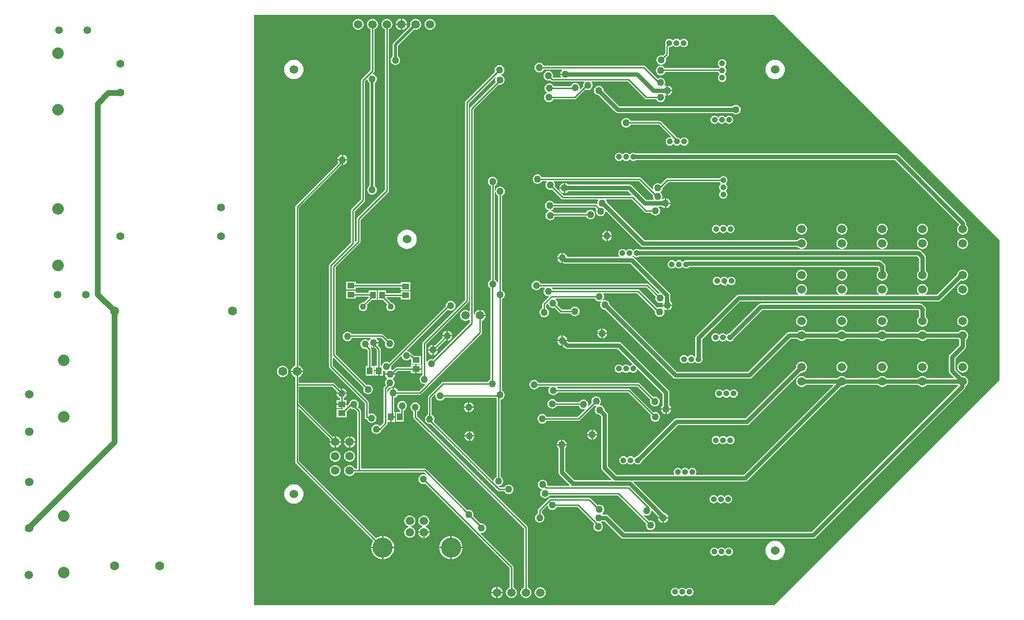
<source format=gbl>
G04*
G04 #@! TF.GenerationSoftware,Altium Limited,Altium Designer,20.0.10 (225)*
G04*
G04 Layer_Physical_Order=2*
G04 Layer_Color=16711680*
%FSLAX24Y24*%
%MOIN*%
G70*
G01*
G75*
%ADD10C,0.0100*%
%ADD19R,0.0512X0.0394*%
%ADD21R,0.0394X0.0512*%
%ADD51C,0.0300*%
%ADD52C,0.0200*%
%ADD53C,0.0400*%
%ADD54C,0.0591*%
%ADD55C,0.0600*%
%ADD56C,0.0531*%
%ADD57C,0.0413*%
%ADD58C,0.0800*%
%ADD59C,0.0551*%
%ADD60C,0.0630*%
%ADD61C,0.0433*%
%ADD62C,0.1406*%
%ADD63C,0.0500*%
G36*
X68765Y25536D02*
Y15803D01*
X53095Y133D01*
X16929D01*
Y41206D01*
X53095D01*
X68765Y25536D01*
D02*
G37*
%LPC*%
G36*
X27215Y40943D02*
Y40601D01*
X27557D01*
X27550Y40654D01*
X27511Y40751D01*
X27447Y40833D01*
X27365Y40896D01*
X27269Y40936D01*
X27215Y40943D01*
D02*
G37*
G36*
X27115D02*
X27062Y40936D01*
X26966Y40896D01*
X26883Y40833D01*
X26820Y40751D01*
X26780Y40654D01*
X26773Y40601D01*
X27115D01*
Y40943D01*
D02*
G37*
G36*
X29165Y40930D02*
X29067Y40917D01*
X28976Y40879D01*
X28898Y40819D01*
X28838Y40740D01*
X28800Y40649D01*
X28787Y40551D01*
X28800Y40453D01*
X28838Y40362D01*
X28898Y40284D01*
X28976Y40223D01*
X29067Y40186D01*
X29165Y40173D01*
X29263Y40186D01*
X29355Y40223D01*
X29433Y40284D01*
X29493Y40362D01*
X29531Y40453D01*
X29544Y40551D01*
X29531Y40649D01*
X29493Y40740D01*
X29433Y40819D01*
X29355Y40879D01*
X29263Y40917D01*
X29165Y40930D01*
D02*
G37*
G36*
X28165D02*
X28067Y40917D01*
X27976Y40879D01*
X27898Y40819D01*
X27838Y40740D01*
X27800Y40649D01*
X27787Y40551D01*
X27800Y40453D01*
X27802Y40447D01*
X26620Y39266D01*
X26580Y39206D01*
X26566Y39136D01*
Y38325D01*
X26515Y38285D01*
X26462Y38216D01*
X26428Y38136D01*
X26417Y38050D01*
X26428Y37964D01*
X26462Y37884D01*
X26515Y37815D01*
X26584Y37762D01*
X26664Y37728D01*
X26750Y37717D01*
X26836Y37728D01*
X26916Y37762D01*
X26985Y37815D01*
X27038Y37884D01*
X27072Y37964D01*
X27083Y38050D01*
X27072Y38136D01*
X27038Y38216D01*
X26985Y38285D01*
X26934Y38325D01*
Y39060D01*
X28062Y40188D01*
X28067Y40186D01*
X28165Y40173D01*
X28263Y40186D01*
X28355Y40223D01*
X28433Y40284D01*
X28493Y40362D01*
X28531Y40453D01*
X28544Y40551D01*
X28531Y40649D01*
X28493Y40740D01*
X28433Y40819D01*
X28355Y40879D01*
X28263Y40917D01*
X28165Y40930D01*
D02*
G37*
G36*
X24165D02*
X24067Y40917D01*
X23976Y40879D01*
X23898Y40819D01*
X23838Y40740D01*
X23800Y40649D01*
X23787Y40551D01*
X23800Y40453D01*
X23838Y40362D01*
X23898Y40284D01*
X23976Y40223D01*
X24067Y40186D01*
X24165Y40173D01*
X24263Y40186D01*
X24355Y40223D01*
X24433Y40284D01*
X24493Y40362D01*
X24531Y40453D01*
X24544Y40551D01*
X24531Y40649D01*
X24493Y40740D01*
X24433Y40819D01*
X24355Y40879D01*
X24263Y40917D01*
X24165Y40930D01*
D02*
G37*
G36*
X27557Y40501D02*
X27215D01*
Y40159D01*
X27269Y40166D01*
X27365Y40206D01*
X27447Y40269D01*
X27511Y40352D01*
X27550Y40448D01*
X27557Y40501D01*
D02*
G37*
G36*
X27115D02*
X26773D01*
X26780Y40448D01*
X26820Y40352D01*
X26883Y40269D01*
X26966Y40206D01*
X27062Y40166D01*
X27115Y40159D01*
Y40501D01*
D02*
G37*
G36*
X46802Y39544D02*
X46727Y39534D01*
X46657Y39505D01*
X46597Y39459D01*
X46577Y39433D01*
X46527D01*
X46506Y39459D01*
X46447Y39505D01*
X46377Y39534D01*
X46302Y39544D01*
X46227Y39534D01*
X46157Y39505D01*
X46097Y39459D01*
X46077Y39433D01*
X46027D01*
X46006Y39459D01*
X45947Y39505D01*
X45877Y39534D01*
X45802Y39544D01*
X45727Y39534D01*
X45657Y39505D01*
X45598Y39459D01*
X45552Y39400D01*
X45523Y39330D01*
X45513Y39255D01*
X45523Y39180D01*
X45531Y39161D01*
X45523Y39149D01*
X45513Y39098D01*
Y39058D01*
X45509Y39040D01*
Y38516D01*
X45360Y38367D01*
X45326Y38382D01*
X45240Y38393D01*
X45154Y38382D01*
X45074Y38348D01*
X45005Y38295D01*
X44952Y38226D01*
X44918Y38146D01*
X44907Y38060D01*
X44918Y37974D01*
X44952Y37894D01*
X45005Y37825D01*
X45074Y37772D01*
X45154Y37738D01*
X45240Y37727D01*
X45326Y37738D01*
X45406Y37772D01*
X45475Y37825D01*
X45528Y37894D01*
X45562Y37974D01*
X45573Y38060D01*
X45562Y38146D01*
X45547Y38180D01*
X45735Y38368D01*
X45764Y38411D01*
X45774Y38462D01*
Y38941D01*
X45802Y38966D01*
X45877Y38976D01*
X45947Y39005D01*
X46006Y39050D01*
X46027Y39077D01*
X46077D01*
X46097Y39050D01*
X46157Y39005D01*
X46227Y38976D01*
X46302Y38966D01*
X46377Y38976D01*
X46447Y39005D01*
X46506Y39050D01*
X46527Y39077D01*
X46577D01*
X46597Y39050D01*
X46657Y39005D01*
X46727Y38976D01*
X46802Y38966D01*
X46877Y38976D01*
X46947Y39005D01*
X47006Y39050D01*
X47052Y39110D01*
X47081Y39180D01*
X47091Y39255D01*
X47081Y39330D01*
X47052Y39400D01*
X47006Y39459D01*
X46947Y39505D01*
X46877Y39534D01*
X46802Y39544D01*
D02*
G37*
G36*
X49472Y38121D02*
X49397Y38111D01*
X49327Y38082D01*
X49267Y38036D01*
X49221Y37976D01*
X49192Y37906D01*
X49182Y37832D01*
X49192Y37757D01*
X49221Y37687D01*
X49267Y37627D01*
X49294Y37607D01*
Y37557D01*
X49267Y37536D01*
X49249Y37513D01*
X45484D01*
X45435Y37575D01*
X45366Y37628D01*
X45286Y37662D01*
X45200Y37673D01*
X45114Y37662D01*
X45034Y37628D01*
X44965Y37575D01*
X44912Y37506D01*
X44878Y37426D01*
X44867Y37340D01*
X44878Y37254D01*
X44912Y37174D01*
X44965Y37105D01*
X45034Y37052D01*
X45114Y37018D01*
X45200Y37007D01*
X45286Y37018D01*
X45366Y37052D01*
X45435Y37105D01*
X45488Y37174D01*
X45519Y37247D01*
X49196D01*
X49221Y37187D01*
X49267Y37127D01*
X49294Y37107D01*
Y37057D01*
X49267Y37036D01*
X49221Y36976D01*
X49192Y36906D01*
X49182Y36832D01*
X49192Y36757D01*
X49221Y36687D01*
X49267Y36627D01*
X49327Y36581D01*
X49397Y36552D01*
X49472Y36542D01*
X49546Y36552D01*
X49616Y36581D01*
X49676Y36627D01*
X49722Y36687D01*
X49751Y36757D01*
X49761Y36832D01*
X49751Y36906D01*
X49722Y36976D01*
X49676Y37036D01*
X49649Y37057D01*
Y37107D01*
X49676Y37127D01*
X49722Y37187D01*
X49751Y37257D01*
X49761Y37332D01*
X49751Y37406D01*
X49722Y37476D01*
X49676Y37536D01*
X49649Y37557D01*
Y37607D01*
X49676Y37627D01*
X49722Y37687D01*
X49751Y37757D01*
X49761Y37832D01*
X49751Y37906D01*
X49722Y37976D01*
X49676Y38036D01*
X49616Y38082D01*
X49546Y38111D01*
X49472Y38121D01*
D02*
G37*
G36*
X36760Y37873D02*
X36674Y37862D01*
X36594Y37828D01*
X36525Y37775D01*
X36472Y37706D01*
X36438Y37626D01*
X36427Y37540D01*
X36438Y37454D01*
X36472Y37374D01*
X36525Y37305D01*
X36594Y37252D01*
X36674Y37218D01*
X36760Y37207D01*
X36846Y37218D01*
X36926Y37252D01*
X36995Y37305D01*
X37048Y37374D01*
X37062Y37407D01*
X38333D01*
X38350Y37357D01*
X38300Y37320D01*
X38244Y37247D01*
X38209Y37161D01*
X38204Y37120D01*
X38550D01*
Y37020D01*
X38204D01*
X38209Y36979D01*
X38244Y36893D01*
X38264Y36867D01*
X38242Y36823D01*
X37725D01*
X37693Y36864D01*
X37702Y36884D01*
X37713Y36970D01*
X37702Y37056D01*
X37668Y37136D01*
X37615Y37205D01*
X37546Y37258D01*
X37466Y37292D01*
X37380Y37303D01*
X37294Y37292D01*
X37214Y37258D01*
X37145Y37205D01*
X37092Y37136D01*
X37058Y37056D01*
X37047Y36970D01*
X37058Y36884D01*
X37092Y36804D01*
X37145Y36735D01*
X37214Y36682D01*
X37294Y36648D01*
X37380Y36637D01*
X37466Y36648D01*
X37500Y36663D01*
X37566Y36596D01*
X37609Y36568D01*
X37660Y36557D01*
X39851D01*
X39876Y36507D01*
X39852Y36476D01*
X39818Y36396D01*
X39807Y36310D01*
X39815Y36252D01*
X39618Y36055D01*
X39570Y36079D01*
X39579Y36147D01*
X39568Y36233D01*
X39535Y36313D01*
X39482Y36382D01*
X39413Y36435D01*
X39333Y36468D01*
X39247Y36479D01*
X39160Y36468D01*
X39080Y36435D01*
X39011Y36382D01*
X38958Y36313D01*
X38926Y36236D01*
X37765D01*
X37751Y36270D01*
X37699Y36339D01*
X37630Y36391D01*
X37549Y36425D01*
X37463Y36436D01*
X37377Y36425D01*
X37297Y36391D01*
X37228Y36339D01*
X37175Y36270D01*
X37142Y36189D01*
X37130Y36103D01*
X37142Y36017D01*
X37175Y35937D01*
X37228Y35868D01*
X37297Y35815D01*
X37295Y35761D01*
X37264Y35748D01*
X37195Y35695D01*
X37142Y35626D01*
X37108Y35546D01*
X37097Y35460D01*
X37108Y35374D01*
X37142Y35294D01*
X37195Y35225D01*
X37264Y35172D01*
X37344Y35138D01*
X37430Y35127D01*
X37516Y35138D01*
X37596Y35172D01*
X37665Y35225D01*
X37718Y35294D01*
X37732Y35327D01*
X39210D01*
X39261Y35338D01*
X39304Y35366D01*
X39965Y36028D01*
X39974Y36022D01*
X40054Y35988D01*
X40140Y35977D01*
X40226Y35988D01*
X40306Y36022D01*
X40375Y36075D01*
X40428Y36144D01*
X40462Y36224D01*
X40473Y36310D01*
X40462Y36396D01*
X40428Y36476D01*
X40404Y36507D01*
X40429Y36557D01*
X42915D01*
X44101Y35371D01*
X44144Y35343D01*
X44195Y35332D01*
X44878D01*
X44892Y35299D01*
X44945Y35230D01*
X45014Y35177D01*
X45094Y35143D01*
X45180Y35132D01*
X45266Y35143D01*
X45346Y35177D01*
X45415Y35230D01*
X45468Y35299D01*
X45502Y35379D01*
X45513Y35465D01*
X45502Y35551D01*
X45491Y35577D01*
X45529Y35615D01*
X45555Y35604D01*
X45597Y35599D01*
Y35945D01*
Y36291D01*
X45555Y36286D01*
X45522Y36272D01*
X45464Y36302D01*
X45461Y36314D01*
X45468Y36324D01*
X45502Y36404D01*
X45513Y36490D01*
X45502Y36576D01*
X45468Y36656D01*
X45415Y36725D01*
X45346Y36778D01*
X45266Y36812D01*
X45180Y36823D01*
X45094Y36812D01*
X45014Y36778D01*
X44989Y36760D01*
X44115Y37634D01*
X44072Y37662D01*
X44022Y37673D01*
X37062D01*
X37048Y37706D01*
X36995Y37775D01*
X36926Y37828D01*
X36846Y37862D01*
X36760Y37873D01*
D02*
G37*
G36*
X53150Y38075D02*
X53018Y38062D01*
X52892Y38024D01*
X52775Y37962D01*
X52673Y37878D01*
X52589Y37776D01*
X52527Y37659D01*
X52489Y37533D01*
X52476Y37402D01*
X52489Y37270D01*
X52527Y37144D01*
X52589Y37027D01*
X52673Y36925D01*
X52775Y36841D01*
X52892Y36779D01*
X53018Y36741D01*
X53150Y36728D01*
X53281Y36741D01*
X53407Y36779D01*
X53524Y36841D01*
X53626Y36925D01*
X53710Y37027D01*
X53772Y37144D01*
X53810Y37270D01*
X53823Y37402D01*
X53810Y37533D01*
X53772Y37659D01*
X53710Y37776D01*
X53626Y37878D01*
X53524Y37962D01*
X53407Y38024D01*
X53281Y38062D01*
X53150Y38075D01*
D02*
G37*
G36*
X19685D02*
X19554Y38062D01*
X19427Y38024D01*
X19311Y37962D01*
X19209Y37878D01*
X19125Y37776D01*
X19063Y37659D01*
X19024Y37533D01*
X19011Y37402D01*
X19024Y37270D01*
X19063Y37144D01*
X19125Y37027D01*
X19209Y36925D01*
X19311Y36841D01*
X19427Y36779D01*
X19554Y36741D01*
X19685Y36728D01*
X19816Y36741D01*
X19943Y36779D01*
X20059Y36841D01*
X20161Y36925D01*
X20245Y37027D01*
X20308Y37144D01*
X20346Y37270D01*
X20359Y37402D01*
X20346Y37533D01*
X20308Y37659D01*
X20245Y37776D01*
X20161Y37878D01*
X20059Y37962D01*
X19943Y38024D01*
X19816Y38062D01*
X19685Y38075D01*
D02*
G37*
G36*
X33990Y37703D02*
X33904Y37692D01*
X33824Y37658D01*
X33755Y37605D01*
X33702Y37536D01*
X33668Y37456D01*
X33657Y37370D01*
X33668Y37284D01*
X33683Y37250D01*
X31626Y35194D01*
X31598Y35151D01*
X31587Y35100D01*
Y21355D01*
X28671Y18439D01*
X28643Y18396D01*
X28632Y18345D01*
Y16147D01*
X28599Y16133D01*
X28530Y16080D01*
X28477Y16011D01*
X28444Y15931D01*
X28432Y15845D01*
X28444Y15759D01*
X28477Y15679D01*
X28530Y15610D01*
X28599Y15557D01*
X28679Y15524D01*
X28765Y15512D01*
X28787Y15515D01*
X28810Y15468D01*
X28395Y15053D01*
X26924D01*
X26906Y15097D01*
X26850Y15170D01*
X26777Y15226D01*
X26691Y15261D01*
X26650Y15266D01*
Y14920D01*
X26550D01*
Y15266D01*
X26509Y15261D01*
X26423Y15226D01*
X26350Y15170D01*
X26294Y15097D01*
X26259Y15011D01*
X26253Y14962D01*
X26203Y14966D01*
Y15185D01*
X26312Y15295D01*
X26370Y15287D01*
X26456Y15298D01*
X26536Y15332D01*
X26605Y15385D01*
X26658Y15454D01*
X26692Y15534D01*
X26703Y15620D01*
X26692Y15706D01*
X26658Y15786D01*
X26605Y15855D01*
X26590Y15867D01*
Y15930D01*
X26630Y15960D01*
X26686Y16033D01*
X26721Y16119D01*
X26726Y16160D01*
X26034D01*
X26039Y16119D01*
X26074Y16033D01*
X26130Y15960D01*
X26168Y15931D01*
Y15881D01*
X26135Y15855D01*
X26082Y15786D01*
X26048Y15706D01*
X26037Y15620D01*
X26048Y15534D01*
X26082Y15454D01*
X26088Y15445D01*
X25976Y15334D01*
X25948Y15291D01*
X25937Y15240D01*
Y12849D01*
X25701Y12613D01*
X25665Y12615D01*
X25596Y12668D01*
X25516Y12702D01*
X25430Y12713D01*
X25344Y12702D01*
X25264Y12668D01*
X25195Y12615D01*
X25142Y12546D01*
X25108Y12466D01*
X25097Y12380D01*
X25108Y12294D01*
X25142Y12214D01*
X25195Y12145D01*
X25264Y12092D01*
X25344Y12058D01*
X25430Y12047D01*
X25516Y12058D01*
X25596Y12092D01*
X25665Y12145D01*
X25718Y12214D01*
X25748Y12285D01*
X25749Y12286D01*
X26164Y12701D01*
X26192Y12744D01*
X26203Y12794D01*
Y12874D01*
X26380D01*
Y13230D01*
X26430D01*
Y13280D01*
X26727D01*
Y13586D01*
X26653D01*
Y14574D01*
X26691Y14579D01*
X26777Y14614D01*
X26850Y14670D01*
X26906Y14743D01*
X26924Y14787D01*
X28450D01*
X28501Y14798D01*
X28544Y14826D01*
X32724Y19006D01*
X32752Y19049D01*
X32763Y19100D01*
Y19917D01*
X32829Y19945D01*
X32912Y20008D01*
X32975Y20091D01*
X33015Y20187D01*
X33022Y20240D01*
X32630D01*
Y20290D01*
X32580D01*
Y20682D01*
X32527Y20675D01*
X32431Y20635D01*
X32348Y20572D01*
X32285Y20489D01*
X32245Y20393D01*
X32238Y20339D01*
X32188Y20343D01*
Y34630D01*
X33921Y36364D01*
X33934Y36358D01*
X34020Y36347D01*
X34106Y36358D01*
X34186Y36392D01*
X34255Y36445D01*
X34308Y36514D01*
X34342Y36594D01*
X34353Y36680D01*
X34342Y36766D01*
X34308Y36846D01*
X34255Y36915D01*
X34186Y36968D01*
X34106Y37002D01*
X34096Y37003D01*
X34090Y37054D01*
X34156Y37082D01*
X34225Y37135D01*
X34278Y37204D01*
X34312Y37284D01*
X34323Y37370D01*
X34312Y37456D01*
X34278Y37536D01*
X34225Y37605D01*
X34156Y37658D01*
X34076Y37692D01*
X33990Y37703D01*
D02*
G37*
G36*
X45697Y36291D02*
Y35995D01*
X45993D01*
X45988Y36036D01*
X45952Y36121D01*
X45896Y36195D01*
X45823Y36251D01*
X45738Y36286D01*
X45697Y36291D01*
D02*
G37*
G36*
X45993Y35895D02*
X45697D01*
Y35599D01*
X45738Y35604D01*
X45823Y35639D01*
X45896Y35695D01*
X45952Y35768D01*
X45988Y35854D01*
X45993Y35895D01*
D02*
G37*
G36*
X40895Y36278D02*
X40809Y36266D01*
X40729Y36233D01*
X40660Y36180D01*
X40607Y36111D01*
X40574Y36031D01*
X40562Y35945D01*
X40574Y35859D01*
X40607Y35779D01*
X40660Y35710D01*
X40729Y35657D01*
X40809Y35623D01*
X40895Y35612D01*
X40896Y35612D01*
X42056Y34452D01*
X42056Y34452D01*
X42132Y34401D01*
X42222Y34384D01*
X42222Y34384D01*
X50185D01*
X50186Y34383D01*
X50255Y34330D01*
X50335Y34297D01*
X50421Y34285D01*
X50507Y34297D01*
X50588Y34330D01*
X50657Y34383D01*
X50710Y34452D01*
X50743Y34532D01*
X50754Y34618D01*
X50743Y34704D01*
X50710Y34784D01*
X50657Y34853D01*
X50588Y34906D01*
X50507Y34940D01*
X50421Y34951D01*
X50335Y34940D01*
X50255Y34906D01*
X50186Y34853D01*
X50185Y34853D01*
X42319D01*
X41228Y35944D01*
X41228Y35945D01*
X41217Y36031D01*
X41183Y36111D01*
X41130Y36180D01*
X41061Y36233D01*
X40981Y36266D01*
X40895Y36278D01*
D02*
G37*
G36*
X49950Y34199D02*
X49875Y34189D01*
X49805Y34160D01*
X49746Y34114D01*
X49725Y34088D01*
X49675D01*
X49654Y34114D01*
X49595Y34160D01*
X49525Y34189D01*
X49450Y34199D01*
X49375Y34189D01*
X49305Y34160D01*
X49246Y34114D01*
X49225Y34088D01*
X49175D01*
X49154Y34114D01*
X49095Y34160D01*
X49025Y34189D01*
X48950Y34199D01*
X48875Y34189D01*
X48805Y34160D01*
X48746Y34114D01*
X48700Y34055D01*
X48671Y33985D01*
X48661Y33910D01*
X48671Y33835D01*
X48700Y33765D01*
X48746Y33706D01*
X48805Y33660D01*
X48875Y33631D01*
X48950Y33621D01*
X49025Y33631D01*
X49095Y33660D01*
X49154Y33706D01*
X49175Y33732D01*
X49225D01*
X49246Y33706D01*
X49305Y33660D01*
X49375Y33631D01*
X49450Y33621D01*
X49525Y33631D01*
X49595Y33660D01*
X49654Y33706D01*
X49675Y33732D01*
X49725D01*
X49746Y33706D01*
X49805Y33660D01*
X49875Y33631D01*
X49950Y33621D01*
X50025Y33631D01*
X50095Y33660D01*
X50154Y33706D01*
X50200Y33765D01*
X50229Y33835D01*
X50239Y33910D01*
X50229Y33985D01*
X50200Y34055D01*
X50154Y34114D01*
X50095Y34160D01*
X50025Y34189D01*
X49950Y34199D01*
D02*
G37*
G36*
X42790Y34033D02*
X42704Y34022D01*
X42624Y33988D01*
X42555Y33935D01*
X42502Y33866D01*
X42468Y33786D01*
X42457Y33700D01*
X42468Y33614D01*
X42502Y33534D01*
X42555Y33465D01*
X42624Y33412D01*
X42704Y33378D01*
X42790Y33367D01*
X42876Y33378D01*
X42956Y33412D01*
X43025Y33465D01*
X43078Y33534D01*
X43092Y33567D01*
X45069D01*
X45913Y32724D01*
X45889Y32677D01*
X45832Y32684D01*
X45757Y32674D01*
X45687Y32645D01*
X45627Y32599D01*
X45582Y32540D01*
X45553Y32470D01*
X45543Y32395D01*
X45553Y32320D01*
X45582Y32250D01*
X45627Y32190D01*
X45687Y32145D01*
X45757Y32116D01*
X45832Y32106D01*
X45907Y32116D01*
X45977Y32145D01*
X46036Y32190D01*
X46057Y32217D01*
X46107D01*
X46128Y32190D01*
X46187Y32145D01*
X46257Y32116D01*
X46332Y32106D01*
X46407Y32116D01*
X46477Y32145D01*
X46536Y32190D01*
X46557Y32217D01*
X46607D01*
X46627Y32190D01*
X46687Y32145D01*
X46757Y32116D01*
X46832Y32106D01*
X46907Y32116D01*
X46977Y32145D01*
X47036Y32190D01*
X47082Y32250D01*
X47111Y32320D01*
X47121Y32395D01*
X47111Y32470D01*
X47082Y32540D01*
X47036Y32599D01*
X46977Y32645D01*
X46907Y32674D01*
X46832Y32684D01*
X46757Y32674D01*
X46687Y32645D01*
X46627Y32599D01*
X46607Y32573D01*
X46557D01*
X46536Y32599D01*
X46477Y32645D01*
X46407Y32674D01*
X46332Y32684D01*
X46317Y32682D01*
X46287Y32712D01*
X46262Y32749D01*
X45218Y33794D01*
X45175Y33822D01*
X45124Y33833D01*
X43092D01*
X43078Y33866D01*
X43025Y33935D01*
X42956Y33988D01*
X42876Y34022D01*
X42790Y34033D01*
D02*
G37*
G36*
X43300Y31619D02*
X43225Y31609D01*
X43155Y31580D01*
X43096Y31534D01*
X43075Y31508D01*
X43025D01*
X43004Y31534D01*
X42945Y31580D01*
X42875Y31609D01*
X42800Y31619D01*
X42725Y31609D01*
X42655Y31580D01*
X42596Y31534D01*
X42575Y31508D01*
X42525D01*
X42504Y31534D01*
X42445Y31580D01*
X42375Y31609D01*
X42300Y31619D01*
X42225Y31609D01*
X42155Y31580D01*
X42096Y31534D01*
X42050Y31475D01*
X42021Y31405D01*
X42011Y31330D01*
X42021Y31255D01*
X42050Y31185D01*
X42096Y31126D01*
X42155Y31080D01*
X42225Y31051D01*
X42300Y31041D01*
X42375Y31051D01*
X42445Y31080D01*
X42504Y31126D01*
X42525Y31152D01*
X42575D01*
X42596Y31126D01*
X42655Y31080D01*
X42725Y31051D01*
X42800Y31041D01*
X42875Y31051D01*
X42945Y31080D01*
X43004Y31126D01*
X43025Y31152D01*
X43075D01*
X43096Y31126D01*
X43155Y31080D01*
X43225Y31051D01*
X43300Y31041D01*
X43375Y31051D01*
X43445Y31080D01*
X43465Y31095D01*
X61483D01*
X65943Y26635D01*
X65940Y26573D01*
X65932Y26568D01*
X65872Y26489D01*
X65834Y26398D01*
X65821Y26300D01*
X65834Y26202D01*
X65872Y26111D01*
X65932Y26032D01*
X66011Y25972D01*
X66102Y25934D01*
X66200Y25921D01*
X66298Y25934D01*
X66389Y25972D01*
X66468Y26032D01*
X66528Y26111D01*
X66566Y26202D01*
X66579Y26300D01*
X66566Y26398D01*
X66528Y26489D01*
X66468Y26568D01*
X66435Y26593D01*
Y26710D01*
X66435Y26710D01*
X66417Y26800D01*
X66366Y26876D01*
X61746Y31496D01*
X61670Y31547D01*
X61580Y31565D01*
X43465D01*
X43445Y31580D01*
X43375Y31609D01*
X43300Y31619D01*
D02*
G37*
G36*
X23110Y31466D02*
Y31170D01*
X23406D01*
X23401Y31211D01*
X23366Y31297D01*
X23310Y31370D01*
X23237Y31426D01*
X23151Y31461D01*
X23110Y31466D01*
D02*
G37*
G36*
X23010D02*
X22969Y31461D01*
X22883Y31426D01*
X22810Y31370D01*
X22754Y31297D01*
X22719Y31211D01*
X22714Y31170D01*
X23010D01*
Y31466D01*
D02*
G37*
G36*
X23406Y31070D02*
X23110D01*
Y30774D01*
X23151Y30779D01*
X23237Y30814D01*
X23310Y30870D01*
X23366Y30943D01*
X23401Y31029D01*
X23406Y31070D01*
D02*
G37*
G36*
X26165Y40930D02*
X26067Y40917D01*
X25976Y40879D01*
X25898Y40819D01*
X25838Y40740D01*
X25800Y40649D01*
X25787Y40551D01*
X25800Y40453D01*
X25838Y40362D01*
X25898Y40284D01*
X25976Y40223D01*
X26033Y40200D01*
Y29020D01*
X24106Y27094D01*
X24078Y27051D01*
X24067Y27000D01*
Y25505D01*
X23979Y25416D01*
X23933Y25435D01*
Y27545D01*
X24594Y28206D01*
X24622Y28249D01*
X24633Y28300D01*
Y36593D01*
X24761Y36721D01*
X24813Y36703D01*
X24818Y36664D01*
X24852Y36584D01*
X24905Y36515D01*
X24956Y36475D01*
Y29305D01*
X24905Y29265D01*
X24852Y29196D01*
X24818Y29116D01*
X24807Y29030D01*
X24818Y28944D01*
X24852Y28864D01*
X24905Y28795D01*
X24974Y28742D01*
X25054Y28708D01*
X25140Y28697D01*
X25226Y28708D01*
X25306Y28742D01*
X25375Y28795D01*
X25428Y28864D01*
X25462Y28944D01*
X25473Y29030D01*
X25462Y29116D01*
X25428Y29196D01*
X25375Y29265D01*
X25324Y29305D01*
Y36475D01*
X25375Y36515D01*
X25428Y36584D01*
X25462Y36664D01*
X25473Y36750D01*
X25462Y36836D01*
X25428Y36916D01*
X25375Y36985D01*
X25306Y37038D01*
X25226Y37072D01*
X25187Y37077D01*
X25169Y37129D01*
X25259Y37219D01*
X25288Y37262D01*
X25298Y37313D01*
Y40200D01*
X25355Y40223D01*
X25433Y40284D01*
X25493Y40362D01*
X25531Y40453D01*
X25544Y40551D01*
X25531Y40649D01*
X25493Y40740D01*
X25433Y40819D01*
X25355Y40879D01*
X25263Y40917D01*
X25165Y40930D01*
X25067Y40917D01*
X24976Y40879D01*
X24898Y40819D01*
X24838Y40740D01*
X24800Y40649D01*
X24787Y40551D01*
X24800Y40453D01*
X24838Y40362D01*
X24898Y40284D01*
X24976Y40223D01*
X25033Y40200D01*
Y37368D01*
X24406Y36741D01*
X24378Y36698D01*
X24367Y36647D01*
Y28355D01*
X23706Y27694D01*
X23678Y27651D01*
X23667Y27600D01*
Y25359D01*
X22176Y23868D01*
X22148Y23825D01*
X22137Y23775D01*
Y16730D01*
X22148Y16679D01*
X22176Y16636D01*
X24617Y14195D01*
Y13209D01*
X24628Y13158D01*
X24656Y13115D01*
X24699Y13086D01*
X24750Y13076D01*
X24777D01*
X24778Y13064D01*
X24812Y12984D01*
X24865Y12915D01*
X24934Y12862D01*
X25014Y12828D01*
X25100Y12817D01*
X25186Y12828D01*
X25266Y12862D01*
X25335Y12915D01*
X25388Y12984D01*
X25422Y13064D01*
X25433Y13150D01*
X25422Y13236D01*
X25388Y13316D01*
X25335Y13385D01*
X25266Y13438D01*
X25186Y13472D01*
X25100Y13483D01*
X25014Y13472D01*
X24934Y13438D01*
X24927Y13434D01*
X24883Y13456D01*
Y14250D01*
X24872Y14301D01*
X24844Y14344D01*
X22403Y16785D01*
Y17345D01*
X22449Y17364D01*
X24543Y15270D01*
X24528Y15236D01*
X24517Y15150D01*
X24528Y15064D01*
X24562Y14984D01*
X24615Y14915D01*
X24684Y14862D01*
X24764Y14828D01*
X24850Y14817D01*
X24936Y14828D01*
X25016Y14862D01*
X25085Y14915D01*
X25138Y14984D01*
X25172Y15064D01*
X25183Y15150D01*
X25172Y15236D01*
X25138Y15316D01*
X25085Y15385D01*
X25016Y15438D01*
X24936Y15472D01*
X24850Y15483D01*
X24764Y15472D01*
X24730Y15457D01*
X22583Y17605D01*
Y23645D01*
X24294Y25356D01*
X24322Y25399D01*
X24333Y25450D01*
Y26945D01*
X26259Y28872D01*
X26288Y28915D01*
X26298Y28965D01*
Y40200D01*
X26355Y40223D01*
X26433Y40284D01*
X26493Y40362D01*
X26531Y40453D01*
X26544Y40551D01*
X26531Y40649D01*
X26493Y40740D01*
X26433Y40819D01*
X26355Y40879D01*
X26263Y40917D01*
X26165Y40930D01*
D02*
G37*
G36*
X36640Y30113D02*
X36554Y30102D01*
X36474Y30068D01*
X36405Y30015D01*
X36352Y29946D01*
X36318Y29866D01*
X36307Y29780D01*
X36318Y29694D01*
X36352Y29614D01*
X36405Y29545D01*
X36474Y29492D01*
X36554Y29458D01*
X36640Y29447D01*
X36726Y29458D01*
X36806Y29492D01*
X36875Y29545D01*
X36928Y29614D01*
X36942Y29647D01*
X37265D01*
X37279Y29597D01*
X37232Y29536D01*
X37198Y29456D01*
X37187Y29370D01*
X37198Y29284D01*
X37232Y29204D01*
X37285Y29135D01*
X37354Y29082D01*
X37434Y29048D01*
X37520Y29037D01*
X37606Y29048D01*
X37640Y29063D01*
X38306Y28396D01*
X38349Y28368D01*
X38400Y28357D01*
X40834D01*
X40858Y28307D01*
X40834Y28276D01*
X40801Y28196D01*
X40790Y28110D01*
X40795Y28071D01*
X40793Y28069D01*
X40748Y28044D01*
X40721Y28062D01*
X40670Y28073D01*
X37782D01*
X37768Y28106D01*
X37715Y28175D01*
X37646Y28228D01*
X37566Y28262D01*
X37480Y28273D01*
X37394Y28262D01*
X37314Y28228D01*
X37245Y28175D01*
X37192Y28106D01*
X37158Y28026D01*
X37147Y27940D01*
X37158Y27854D01*
X37192Y27774D01*
X37245Y27705D01*
X37314Y27652D01*
X37394Y27618D01*
X37411Y27616D01*
X37418Y27565D01*
X37354Y27538D01*
X37285Y27485D01*
X37232Y27416D01*
X37198Y27336D01*
X37187Y27250D01*
X37198Y27164D01*
X37232Y27084D01*
X37285Y27015D01*
X37354Y26962D01*
X37434Y26928D01*
X37520Y26917D01*
X37606Y26928D01*
X37686Y26962D01*
X37755Y27015D01*
X37808Y27084D01*
X37842Y27164D01*
X37845Y27187D01*
X40008D01*
X40022Y27154D01*
X40075Y27085D01*
X40144Y27032D01*
X40224Y26998D01*
X40310Y26987D01*
X40396Y26998D01*
X40476Y27032D01*
X40545Y27085D01*
X40598Y27154D01*
X40632Y27234D01*
X40643Y27320D01*
X40632Y27406D01*
X40598Y27486D01*
X40545Y27555D01*
X40476Y27608D01*
X40396Y27642D01*
X40310Y27653D01*
X40224Y27642D01*
X40144Y27608D01*
X40075Y27555D01*
X40022Y27486D01*
X40008Y27453D01*
X37781D01*
X37755Y27485D01*
X37686Y27538D01*
X37606Y27572D01*
X37589Y27574D01*
X37582Y27625D01*
X37646Y27652D01*
X37715Y27705D01*
X37768Y27774D01*
X37782Y27807D01*
X40615D01*
X40722Y27701D01*
X40691Y27627D01*
X40680Y27540D01*
X40691Y27454D01*
X40725Y27374D01*
X40778Y27305D01*
X40847Y27252D01*
X40927Y27219D01*
X41013Y27208D01*
X41099Y27219D01*
X41179Y27252D01*
X41248Y27305D01*
X41301Y27374D01*
X41334Y27454D01*
X41344Y27529D01*
X41390Y27553D01*
X43809Y25134D01*
X43886Y25083D01*
X43975Y25065D01*
X54707D01*
X54732Y25032D01*
X54811Y24972D01*
X54902Y24934D01*
X55000Y24921D01*
X55098Y24934D01*
X55189Y24972D01*
X55268Y25032D01*
X55328Y25111D01*
X55366Y25202D01*
X55379Y25300D01*
X55366Y25398D01*
X55328Y25489D01*
X55268Y25568D01*
X55189Y25628D01*
X55098Y25666D01*
X55000Y25679D01*
X54902Y25666D01*
X54811Y25628D01*
X54732Y25568D01*
X54707Y25535D01*
X44072D01*
X41449Y28158D01*
X41444Y28196D01*
X41411Y28276D01*
X41387Y28307D01*
X41412Y28357D01*
X43195D01*
X44066Y27486D01*
X44109Y27458D01*
X44160Y27447D01*
X44528D01*
X44542Y27414D01*
X44595Y27345D01*
X44664Y27292D01*
X44744Y27258D01*
X44830Y27247D01*
X44916Y27258D01*
X44996Y27292D01*
X45065Y27345D01*
X45118Y27414D01*
X45152Y27494D01*
X45163Y27580D01*
X45152Y27666D01*
X45118Y27746D01*
X45065Y27815D01*
X45059Y27820D01*
X45076Y27870D01*
X45270D01*
X45282Y27855D01*
X45355Y27799D01*
X45440Y27764D01*
X45481Y27759D01*
Y28105D01*
Y28451D01*
X45440Y28446D01*
X45355Y28411D01*
X45298Y28367D01*
X45293Y28369D01*
X45280Y28395D01*
X45273Y28431D01*
X45302Y28499D01*
X45313Y28585D01*
X45302Y28671D01*
X45268Y28751D01*
X45215Y28820D01*
X45190Y28840D01*
Y28903D01*
X45225Y28930D01*
X45278Y28998D01*
X45312Y29079D01*
X45323Y29165D01*
X45321Y29176D01*
X45718Y29572D01*
X49297D01*
X49302Y29560D01*
X49348Y29500D01*
X49374Y29480D01*
Y29430D01*
X49348Y29409D01*
X49302Y29350D01*
X49273Y29280D01*
X49263Y29205D01*
X49273Y29130D01*
X49302Y29060D01*
X49348Y29000D01*
X49374Y28980D01*
Y28930D01*
X49348Y28909D01*
X49302Y28850D01*
X49273Y28780D01*
X49263Y28705D01*
X49273Y28630D01*
X49302Y28560D01*
X49348Y28500D01*
X49407Y28455D01*
X49477Y28426D01*
X49552Y28416D01*
X49627Y28426D01*
X49697Y28455D01*
X49756Y28500D01*
X49802Y28560D01*
X49831Y28630D01*
X49841Y28705D01*
X49831Y28780D01*
X49802Y28850D01*
X49756Y28909D01*
X49730Y28930D01*
Y28980D01*
X49756Y29000D01*
X49802Y29060D01*
X49831Y29130D01*
X49841Y29205D01*
X49831Y29280D01*
X49802Y29350D01*
X49756Y29409D01*
X49730Y29430D01*
Y29480D01*
X49756Y29500D01*
X49802Y29560D01*
X49831Y29630D01*
X49841Y29705D01*
X49831Y29780D01*
X49802Y29850D01*
X49756Y29909D01*
X49697Y29955D01*
X49627Y29984D01*
X49552Y29994D01*
X49477Y29984D01*
X49407Y29955D01*
X49348Y29909D01*
X49302Y29850D01*
X49297Y29838D01*
X45663D01*
X45612Y29827D01*
X45569Y29799D01*
X45195Y29424D01*
X45157Y29453D01*
X45076Y29486D01*
X44990Y29498D01*
X44904Y29486D01*
X44824Y29453D01*
X44755Y29400D01*
X44702Y29331D01*
X44669Y29251D01*
X44657Y29165D01*
X44665Y29103D01*
X44618Y29079D01*
X43824Y29874D01*
X43781Y29902D01*
X43730Y29913D01*
X36942D01*
X36928Y29946D01*
X36875Y30015D01*
X36806Y30068D01*
X36726Y30102D01*
X36640Y30113D01*
D02*
G37*
G36*
X45581Y28451D02*
Y28155D01*
X45878D01*
X45872Y28196D01*
X45837Y28281D01*
X45781Y28355D01*
X45708Y28411D01*
X45623Y28446D01*
X45581Y28451D01*
D02*
G37*
G36*
X45878Y28055D02*
X45581D01*
Y27759D01*
X45623Y27764D01*
X45708Y27799D01*
X45781Y27855D01*
X45837Y27928D01*
X45872Y28014D01*
X45878Y28055D01*
D02*
G37*
G36*
X50050Y26599D02*
X49975Y26589D01*
X49905Y26560D01*
X49846Y26514D01*
X49825Y26488D01*
X49775D01*
X49754Y26514D01*
X49695Y26560D01*
X49625Y26589D01*
X49550Y26599D01*
X49475Y26589D01*
X49405Y26560D01*
X49346Y26514D01*
X49325Y26488D01*
X49275D01*
X49254Y26514D01*
X49195Y26560D01*
X49125Y26589D01*
X49050Y26599D01*
X48975Y26589D01*
X48905Y26560D01*
X48846Y26514D01*
X48800Y26455D01*
X48771Y26385D01*
X48761Y26310D01*
X48771Y26235D01*
X48800Y26165D01*
X48846Y26106D01*
X48905Y26060D01*
X48975Y26031D01*
X49050Y26021D01*
X49125Y26031D01*
X49195Y26060D01*
X49254Y26106D01*
X49275Y26132D01*
X49325D01*
X49346Y26106D01*
X49405Y26060D01*
X49475Y26031D01*
X49550Y26021D01*
X49625Y26031D01*
X49695Y26060D01*
X49754Y26106D01*
X49775Y26132D01*
X49825D01*
X49846Y26106D01*
X49905Y26060D01*
X49975Y26031D01*
X50050Y26021D01*
X50125Y26031D01*
X50195Y26060D01*
X50254Y26106D01*
X50300Y26165D01*
X50329Y26235D01*
X50339Y26310D01*
X50329Y26385D01*
X50300Y26455D01*
X50254Y26514D01*
X50195Y26560D01*
X50125Y26589D01*
X50050Y26599D01*
D02*
G37*
G36*
X63400Y26679D02*
X63302Y26666D01*
X63211Y26628D01*
X63132Y26568D01*
X63072Y26489D01*
X63034Y26398D01*
X63021Y26300D01*
X63034Y26202D01*
X63072Y26111D01*
X63132Y26032D01*
X63211Y25972D01*
X63302Y25934D01*
X63400Y25921D01*
X63498Y25934D01*
X63589Y25972D01*
X63668Y26032D01*
X63728Y26111D01*
X63766Y26202D01*
X63779Y26300D01*
X63766Y26398D01*
X63728Y26489D01*
X63668Y26568D01*
X63589Y26628D01*
X63498Y26666D01*
X63400Y26679D01*
D02*
G37*
G36*
X60600D02*
X60502Y26666D01*
X60411Y26628D01*
X60332Y26568D01*
X60272Y26489D01*
X60234Y26398D01*
X60221Y26300D01*
X60234Y26202D01*
X60272Y26111D01*
X60332Y26032D01*
X60411Y25972D01*
X60502Y25934D01*
X60600Y25921D01*
X60698Y25934D01*
X60789Y25972D01*
X60868Y26032D01*
X60928Y26111D01*
X60966Y26202D01*
X60979Y26300D01*
X60966Y26398D01*
X60928Y26489D01*
X60868Y26568D01*
X60789Y26628D01*
X60698Y26666D01*
X60600Y26679D01*
D02*
G37*
G36*
X57800D02*
X57702Y26666D01*
X57611Y26628D01*
X57532Y26568D01*
X57472Y26489D01*
X57434Y26398D01*
X57421Y26300D01*
X57434Y26202D01*
X57472Y26111D01*
X57532Y26032D01*
X57611Y25972D01*
X57702Y25934D01*
X57800Y25921D01*
X57898Y25934D01*
X57989Y25972D01*
X58068Y26032D01*
X58128Y26111D01*
X58166Y26202D01*
X58179Y26300D01*
X58166Y26398D01*
X58128Y26489D01*
X58068Y26568D01*
X57989Y26628D01*
X57898Y26666D01*
X57800Y26679D01*
D02*
G37*
G36*
X55000D02*
X54902Y26666D01*
X54811Y26628D01*
X54732Y26568D01*
X54672Y26489D01*
X54634Y26398D01*
X54621Y26300D01*
X54634Y26202D01*
X54672Y26111D01*
X54732Y26032D01*
X54811Y25972D01*
X54902Y25934D01*
X55000Y25921D01*
X55098Y25934D01*
X55189Y25972D01*
X55268Y26032D01*
X55328Y26111D01*
X55366Y26202D01*
X55379Y26300D01*
X55366Y26398D01*
X55328Y26489D01*
X55268Y26568D01*
X55189Y26628D01*
X55098Y26666D01*
X55000Y26679D01*
D02*
G37*
G36*
X41510Y26176D02*
Y25880D01*
X41806D01*
X41801Y25921D01*
X41766Y26007D01*
X41710Y26080D01*
X41637Y26136D01*
X41551Y26171D01*
X41510Y26176D01*
D02*
G37*
G36*
X41410D02*
X41369Y26171D01*
X41283Y26136D01*
X41210Y26080D01*
X41154Y26007D01*
X41119Y25921D01*
X41114Y25880D01*
X41410D01*
Y26176D01*
D02*
G37*
G36*
X41806Y25780D02*
X41510D01*
Y25484D01*
X41551Y25489D01*
X41637Y25524D01*
X41710Y25580D01*
X41766Y25653D01*
X41801Y25739D01*
X41806Y25780D01*
D02*
G37*
G36*
X41410D02*
X41114D01*
X41119Y25739D01*
X41154Y25653D01*
X41210Y25580D01*
X41283Y25524D01*
X41369Y25489D01*
X41410Y25484D01*
Y25780D01*
D02*
G37*
G36*
X66200Y25679D02*
X66102Y25666D01*
X66011Y25628D01*
X65932Y25568D01*
X65872Y25489D01*
X65834Y25398D01*
X65821Y25300D01*
X65834Y25202D01*
X65872Y25111D01*
X65932Y25032D01*
X66011Y24972D01*
X66102Y24934D01*
X66200Y24921D01*
X66298Y24934D01*
X66389Y24972D01*
X66468Y25032D01*
X66528Y25111D01*
X66566Y25202D01*
X66579Y25300D01*
X66566Y25398D01*
X66528Y25489D01*
X66468Y25568D01*
X66389Y25628D01*
X66298Y25666D01*
X66200Y25679D01*
D02*
G37*
G36*
X63400D02*
X63302Y25666D01*
X63211Y25628D01*
X63132Y25568D01*
X63072Y25489D01*
X63034Y25398D01*
X63021Y25300D01*
X63034Y25202D01*
X63072Y25111D01*
X63132Y25032D01*
X63211Y24972D01*
X63302Y24934D01*
X63400Y24921D01*
X63498Y24934D01*
X63589Y24972D01*
X63668Y25032D01*
X63728Y25111D01*
X63766Y25202D01*
X63779Y25300D01*
X63766Y25398D01*
X63728Y25489D01*
X63668Y25568D01*
X63589Y25628D01*
X63498Y25666D01*
X63400Y25679D01*
D02*
G37*
G36*
X60600D02*
X60502Y25666D01*
X60411Y25628D01*
X60332Y25568D01*
X60272Y25489D01*
X60234Y25398D01*
X60221Y25300D01*
X60234Y25202D01*
X60272Y25111D01*
X60332Y25032D01*
X60411Y24972D01*
X60502Y24934D01*
X60600Y24921D01*
X60698Y24934D01*
X60789Y24972D01*
X60868Y25032D01*
X60928Y25111D01*
X60966Y25202D01*
X60979Y25300D01*
X60966Y25398D01*
X60928Y25489D01*
X60868Y25568D01*
X60789Y25628D01*
X60698Y25666D01*
X60600Y25679D01*
D02*
G37*
G36*
X57800D02*
X57702Y25666D01*
X57611Y25628D01*
X57532Y25568D01*
X57472Y25489D01*
X57434Y25398D01*
X57421Y25300D01*
X57434Y25202D01*
X57472Y25111D01*
X57532Y25032D01*
X57611Y24972D01*
X57702Y24934D01*
X57800Y24921D01*
X57898Y24934D01*
X57989Y24972D01*
X58068Y25032D01*
X58128Y25111D01*
X58166Y25202D01*
X58179Y25300D01*
X58166Y25398D01*
X58128Y25489D01*
X58068Y25568D01*
X57989Y25628D01*
X57898Y25666D01*
X57800Y25679D01*
D02*
G37*
G36*
X27559Y26264D02*
X27428Y26251D01*
X27301Y26213D01*
X27185Y26151D01*
X27083Y26067D01*
X26999Y25965D01*
X26937Y25848D01*
X26898Y25722D01*
X26885Y25591D01*
X26898Y25459D01*
X26937Y25333D01*
X26999Y25216D01*
X27083Y25114D01*
X27185Y25030D01*
X27301Y24968D01*
X27428Y24930D01*
X27559Y24917D01*
X27691Y24930D01*
X27817Y24968D01*
X27933Y25030D01*
X28036Y25114D01*
X28119Y25216D01*
X28182Y25333D01*
X28220Y25459D01*
X28233Y25591D01*
X28220Y25722D01*
X28182Y25848D01*
X28119Y25965D01*
X28036Y26067D01*
X27933Y26151D01*
X27817Y26213D01*
X27691Y26251D01*
X27559Y26264D01*
D02*
G37*
G36*
X43542Y24914D02*
X43467Y24904D01*
X43397Y24875D01*
X43337Y24829D01*
X43317Y24803D01*
X43267D01*
X43246Y24829D01*
X43187Y24875D01*
X43117Y24904D01*
X43042Y24914D01*
X42967Y24904D01*
X42897Y24875D01*
X42838Y24829D01*
X42817Y24803D01*
X42767D01*
X42746Y24829D01*
X42687Y24875D01*
X42617Y24904D01*
X42542Y24914D01*
X42467Y24904D01*
X42397Y24875D01*
X42337Y24829D01*
X42292Y24770D01*
X42263Y24700D01*
X42253Y24625D01*
X42263Y24550D01*
X42292Y24480D01*
X42334Y24425D01*
X42331Y24407D01*
X42315Y24375D01*
X38693D01*
X38691Y24391D01*
X38656Y24477D01*
X38600Y24550D01*
X38527Y24606D01*
X38441Y24641D01*
X38400Y24646D01*
Y24300D01*
Y23937D01*
X38420Y23923D01*
X38510Y23905D01*
X43092D01*
X45118Y21879D01*
X45100Y21826D01*
X45064Y21822D01*
X45030Y21807D01*
X44364Y22474D01*
X44321Y22502D01*
X44270Y22513D01*
X36852D01*
X36838Y22546D01*
X36785Y22615D01*
X36716Y22668D01*
X36636Y22702D01*
X36550Y22713D01*
X36464Y22702D01*
X36384Y22668D01*
X36315Y22615D01*
X36262Y22546D01*
X36228Y22466D01*
X36217Y22380D01*
X36228Y22294D01*
X36262Y22214D01*
X36315Y22145D01*
X36384Y22092D01*
X36464Y22058D01*
X36550Y22047D01*
X36636Y22058D01*
X36716Y22092D01*
X36785Y22145D01*
X36838Y22214D01*
X36852Y22247D01*
X37135D01*
X37149Y22197D01*
X37102Y22136D01*
X37068Y22056D01*
X37057Y21970D01*
X37068Y21884D01*
X37102Y21804D01*
X37155Y21735D01*
X37224Y21682D01*
X37304Y21648D01*
X37390Y21637D01*
X37396Y21638D01*
X37418Y21593D01*
X37012Y21187D01*
X36983Y21144D01*
X36973Y21093D01*
Y20812D01*
X36939Y20798D01*
X36871Y20745D01*
X36818Y20676D01*
X36784Y20596D01*
X36773Y20510D01*
X36784Y20424D01*
X36818Y20344D01*
X36871Y20275D01*
X36939Y20222D01*
X37020Y20188D01*
X37106Y20177D01*
X37192Y20188D01*
X37272Y20222D01*
X37341Y20275D01*
X37394Y20344D01*
X37427Y20424D01*
X37439Y20510D01*
X37427Y20596D01*
X37394Y20676D01*
X37341Y20745D01*
X37272Y20798D01*
X37238Y20812D01*
Y21038D01*
X37321Y21121D01*
X37373Y21103D01*
X37378Y21064D01*
X37412Y20984D01*
X37465Y20915D01*
X37534Y20862D01*
X37614Y20828D01*
X37700Y20817D01*
X37786Y20828D01*
X37820Y20843D01*
X38176Y20486D01*
X38219Y20458D01*
X38270Y20447D01*
X38938D01*
X38952Y20414D01*
X39005Y20345D01*
X39074Y20292D01*
X39154Y20258D01*
X39240Y20247D01*
X39326Y20258D01*
X39406Y20292D01*
X39475Y20345D01*
X39528Y20414D01*
X39562Y20494D01*
X39573Y20580D01*
X39562Y20666D01*
X39528Y20746D01*
X39475Y20815D01*
X39406Y20868D01*
X39326Y20902D01*
X39240Y20913D01*
X39154Y20902D01*
X39074Y20868D01*
X39005Y20815D01*
X38952Y20746D01*
X38938Y20713D01*
X38325D01*
X38007Y21030D01*
X38022Y21064D01*
X38033Y21150D01*
X38022Y21236D01*
X37988Y21316D01*
X37935Y21385D01*
X37894Y21417D01*
X37911Y21467D01*
X40624D01*
X40642Y21424D01*
X40695Y21355D01*
X40764Y21302D01*
X40844Y21268D01*
X40930Y21257D01*
X41016Y21268D01*
X41026Y21273D01*
X41057Y21232D01*
X41027Y21191D01*
X40993Y21111D01*
X40982Y21025D01*
X40993Y20939D01*
X41027Y20859D01*
X41080Y20790D01*
X41149Y20737D01*
X41229Y20703D01*
X41315Y20692D01*
X41316Y20692D01*
X46044Y15964D01*
X46120Y15913D01*
X46210Y15895D01*
X51357D01*
X51446Y15913D01*
X51523Y15964D01*
X54224Y18665D01*
X54707D01*
X54732Y18632D01*
X54811Y18572D01*
X54902Y18534D01*
X55000Y18521D01*
X55098Y18534D01*
X55189Y18572D01*
X55268Y18632D01*
X55303Y18678D01*
X57497D01*
X57532Y18632D01*
X57611Y18572D01*
X57702Y18534D01*
X57800Y18521D01*
X57898Y18534D01*
X57989Y18572D01*
X58068Y18632D01*
X58093Y18665D01*
X60307D01*
X60332Y18632D01*
X60411Y18572D01*
X60502Y18534D01*
X60600Y18521D01*
X60698Y18534D01*
X60789Y18572D01*
X60868Y18632D01*
X60893Y18665D01*
X63107D01*
X63132Y18632D01*
X63211Y18572D01*
X63302Y18534D01*
X63400Y18521D01*
X63498Y18534D01*
X63589Y18572D01*
X63668Y18632D01*
X63693Y18665D01*
X65907D01*
X65932Y18632D01*
X65965Y18607D01*
Y18247D01*
X65284Y17566D01*
X65233Y17490D01*
X65215Y17400D01*
Y16450D01*
X65233Y16360D01*
X65284Y16284D01*
X65588Y15981D01*
X65569Y15935D01*
X63693D01*
X63668Y15968D01*
X63589Y16028D01*
X63498Y16066D01*
X63400Y16079D01*
X63302Y16066D01*
X63211Y16028D01*
X63132Y15968D01*
X63107Y15935D01*
X60893D01*
X60868Y15968D01*
X60789Y16028D01*
X60698Y16066D01*
X60600Y16079D01*
X60502Y16066D01*
X60411Y16028D01*
X60332Y15968D01*
X60307Y15935D01*
X58093D01*
X58068Y15968D01*
X57989Y16028D01*
X57898Y16066D01*
X57800Y16079D01*
X57702Y16066D01*
X57611Y16028D01*
X57532Y15968D01*
X57507Y15935D01*
X55293D01*
X55268Y15968D01*
X55189Y16028D01*
X55098Y16066D01*
X55000Y16079D01*
X54902Y16066D01*
X54811Y16028D01*
X54732Y15968D01*
X54672Y15889D01*
X54634Y15798D01*
X54621Y15700D01*
X54634Y15602D01*
X54672Y15511D01*
X54732Y15432D01*
X54811Y15372D01*
X54902Y15334D01*
X55000Y15321D01*
X55098Y15334D01*
X55189Y15372D01*
X55268Y15432D01*
X55293Y15465D01*
X57169D01*
X57188Y15419D01*
X50976Y9208D01*
X47653D01*
X47631Y9253D01*
X47640Y9265D01*
X47669Y9335D01*
X47679Y9410D01*
X47669Y9485D01*
X47640Y9555D01*
X47594Y9614D01*
X47535Y9660D01*
X47465Y9689D01*
X47390Y9699D01*
X47315Y9689D01*
X47245Y9660D01*
X47186Y9614D01*
X47165Y9588D01*
X47115D01*
X47094Y9614D01*
X47035Y9660D01*
X46965Y9689D01*
X46890Y9699D01*
X46815Y9689D01*
X46745Y9660D01*
X46686Y9614D01*
X46665Y9588D01*
X46615D01*
X46594Y9614D01*
X46535Y9660D01*
X46465Y9689D01*
X46390Y9699D01*
X46315Y9689D01*
X46245Y9660D01*
X46186Y9614D01*
X46140Y9555D01*
X46111Y9485D01*
X46101Y9410D01*
X46111Y9335D01*
X46140Y9265D01*
X46149Y9253D01*
X46127Y9208D01*
X42124D01*
X41535Y9797D01*
Y13380D01*
X41517Y13470D01*
X41466Y13546D01*
X41295Y13716D01*
X41295Y13717D01*
X41284Y13804D01*
X41251Y13884D01*
X41198Y13953D01*
X41129Y14006D01*
X41049Y14039D01*
X40969Y14050D01*
X40955Y14073D01*
X40949Y14099D01*
X40998Y14164D01*
X41032Y14244D01*
X41043Y14330D01*
X41032Y14416D01*
X40998Y14496D01*
X40945Y14565D01*
X40876Y14618D01*
X40796Y14652D01*
X40710Y14663D01*
X40624Y14652D01*
X40544Y14618D01*
X40475Y14565D01*
X40422Y14496D01*
X40388Y14416D01*
X40377Y14330D01*
X40388Y14244D01*
X40403Y14210D01*
X40198Y14005D01*
X40166Y14018D01*
X40152Y14031D01*
X40163Y14110D01*
X40152Y14196D01*
X40118Y14276D01*
X40065Y14345D01*
X39996Y14398D01*
X39916Y14432D01*
X39830Y14443D01*
X39744Y14432D01*
X39664Y14398D01*
X39595Y14345D01*
X39542Y14276D01*
X39536Y14262D01*
X37972D01*
X37950Y14315D01*
X37897Y14383D01*
X37828Y14436D01*
X37748Y14470D01*
X37662Y14481D01*
X37576Y14470D01*
X37495Y14436D01*
X37427Y14383D01*
X37374Y14315D01*
X37340Y14234D01*
X37329Y14148D01*
X37340Y14062D01*
X37374Y13982D01*
X37427Y13913D01*
X37495Y13860D01*
X37576Y13827D01*
X37662Y13815D01*
X37748Y13827D01*
X37828Y13860D01*
X37897Y13913D01*
X37950Y13982D01*
X37956Y13997D01*
X39520D01*
X39542Y13944D01*
X39595Y13875D01*
X39664Y13822D01*
X39744Y13788D01*
X39830Y13777D01*
X39909Y13788D01*
X39922Y13774D01*
X39935Y13742D01*
X39435Y13243D01*
X37272D01*
X37258Y13276D01*
X37205Y13345D01*
X37136Y13398D01*
X37056Y13432D01*
X36970Y13443D01*
X36884Y13432D01*
X36804Y13398D01*
X36735Y13345D01*
X36682Y13276D01*
X36648Y13196D01*
X36637Y13110D01*
X36648Y13024D01*
X36682Y12944D01*
X36735Y12875D01*
X36804Y12822D01*
X36884Y12788D01*
X36970Y12777D01*
X37056Y12788D01*
X37136Y12822D01*
X37205Y12875D01*
X37258Y12944D01*
X37272Y12977D01*
X39490D01*
X39541Y12988D01*
X39584Y13016D01*
X40590Y14023D01*
X40624Y14008D01*
X40704Y13998D01*
X40718Y13975D01*
X40724Y13949D01*
X40674Y13884D01*
X40641Y13804D01*
X40630Y13717D01*
X40641Y13631D01*
X40674Y13551D01*
X40727Y13482D01*
X40796Y13429D01*
X40876Y13396D01*
X40963Y13385D01*
X40964Y13385D01*
X41065Y13283D01*
Y9700D01*
X41083Y9610D01*
X41134Y9534D01*
X41794Y8874D01*
X41775Y8828D01*
X39204D01*
X38555Y9477D01*
Y11039D01*
X38570Y11050D01*
X38626Y11123D01*
X38661Y11209D01*
X38666Y11250D01*
X37974D01*
X37979Y11209D01*
X38014Y11123D01*
X38070Y11050D01*
X38085Y11039D01*
Y9380D01*
X38103Y9290D01*
X38154Y9214D01*
X38890Y8479D01*
X38870Y8433D01*
X37348D01*
X37307Y8483D01*
X37313Y8530D01*
X37302Y8616D01*
X37268Y8696D01*
X37215Y8765D01*
X37146Y8818D01*
X37066Y8852D01*
X36980Y8863D01*
X36894Y8852D01*
X36814Y8818D01*
X36745Y8765D01*
X36692Y8696D01*
X36658Y8616D01*
X36647Y8530D01*
X36658Y8444D01*
X36692Y8364D01*
X36745Y8295D01*
X36814Y8242D01*
X36894Y8208D01*
X36914Y8206D01*
X36927Y8157D01*
X36925Y8155D01*
X36872Y8086D01*
X36838Y8006D01*
X36827Y7920D01*
X36838Y7834D01*
X36872Y7754D01*
X36925Y7685D01*
X36994Y7632D01*
X37074Y7598D01*
X37160Y7587D01*
X37246Y7598D01*
X37326Y7632D01*
X37395Y7685D01*
X37448Y7754D01*
X37462Y7787D01*
X42215D01*
X44193Y5810D01*
X44178Y5776D01*
X44167Y5690D01*
X44178Y5604D01*
X44212Y5524D01*
X44265Y5455D01*
X44334Y5402D01*
X44414Y5368D01*
X44500Y5357D01*
X44586Y5368D01*
X44666Y5402D01*
X44735Y5455D01*
X44788Y5524D01*
X44822Y5604D01*
X44833Y5690D01*
X44822Y5776D01*
X44788Y5856D01*
X44735Y5925D01*
X44666Y5978D01*
X44586Y6012D01*
X44500Y6023D01*
X44414Y6012D01*
X44380Y5997D01*
X43998Y6380D01*
X44031Y6418D01*
X44045Y6407D01*
X44125Y6373D01*
X44211Y6362D01*
X44297Y6373D01*
X44378Y6407D01*
X44447Y6460D01*
X44499Y6529D01*
X44533Y6609D01*
X44544Y6695D01*
X44542Y6712D01*
X44589Y6735D01*
X45028Y6297D01*
X45024Y6265D01*
X45716D01*
X45711Y6306D01*
X45676Y6391D01*
X45620Y6465D01*
X45547Y6521D01*
X45461Y6556D01*
X45427Y6560D01*
X44793Y7195D01*
X44793Y7195D01*
X43295Y8693D01*
X43314Y8739D01*
X51073D01*
X51163Y8757D01*
X51239Y8807D01*
X57759Y15327D01*
X57800Y15321D01*
X57898Y15334D01*
X57989Y15372D01*
X58068Y15432D01*
X58093Y15465D01*
X60307D01*
X60332Y15432D01*
X60411Y15372D01*
X60502Y15334D01*
X60600Y15321D01*
X60698Y15334D01*
X60789Y15372D01*
X60868Y15432D01*
X60893Y15465D01*
X63107D01*
X63132Y15432D01*
X63211Y15372D01*
X63302Y15334D01*
X63400Y15321D01*
X63498Y15334D01*
X63589Y15372D01*
X63668Y15432D01*
X63693Y15465D01*
X65863D01*
X65884Y15415D01*
X55703Y5235D01*
X42704D01*
X41557Y6381D01*
X41481Y6432D01*
X41392Y6449D01*
X41170D01*
X41143Y6477D01*
X41148Y6535D01*
X41178Y6558D01*
X41230Y6627D01*
X41264Y6708D01*
X41275Y6794D01*
X41264Y6880D01*
X41230Y6960D01*
X41178Y7029D01*
X41109Y7082D01*
X41028Y7115D01*
X40942Y7127D01*
X40856Y7115D01*
X40797Y7091D01*
X40306Y7582D01*
X40263Y7611D01*
X40212Y7621D01*
X37514D01*
X37464Y7611D01*
X37421Y7582D01*
X36686Y6847D01*
X36658Y6804D01*
X36647Y6754D01*
Y6522D01*
X36614Y6508D01*
X36545Y6455D01*
X36492Y6386D01*
X36458Y6306D01*
X36447Y6220D01*
X36458Y6134D01*
X36492Y6054D01*
X36545Y5985D01*
X36614Y5932D01*
X36694Y5898D01*
X36780Y5887D01*
X36866Y5898D01*
X36946Y5932D01*
X37015Y5985D01*
X37068Y6054D01*
X37102Y6134D01*
X37113Y6220D01*
X37102Y6306D01*
X37068Y6386D01*
X37015Y6455D01*
X36946Y6508D01*
X36913Y6522D01*
Y6699D01*
X37292Y7079D01*
X37345Y7061D01*
X37350Y7022D01*
X37384Y6942D01*
X37437Y6873D01*
X37505Y6820D01*
X37586Y6787D01*
X37672Y6775D01*
X37758Y6787D01*
X37838Y6820D01*
X37907Y6873D01*
X37960Y6942D01*
X37974Y6976D01*
X39417D01*
X40590Y5803D01*
X40558Y5761D01*
X40525Y5681D01*
X40513Y5595D01*
X40525Y5509D01*
X40558Y5429D01*
X40611Y5360D01*
X40680Y5307D01*
X40760Y5273D01*
X40846Y5262D01*
X40932Y5273D01*
X41013Y5307D01*
X41082Y5360D01*
X41134Y5429D01*
X41168Y5509D01*
X41179Y5595D01*
X41168Y5681D01*
X41134Y5761D01*
X41082Y5830D01*
X41042Y5860D01*
X41050Y5918D01*
X41071Y5927D01*
X41140Y5980D01*
X41141Y5980D01*
X41294D01*
X42441Y4834D01*
X42517Y4783D01*
X42606Y4765D01*
X55800D01*
X55890Y4783D01*
X55966Y4834D01*
X66310Y15179D01*
X66361Y15255D01*
X66379Y15344D01*
Y15368D01*
X66389Y15372D01*
X66468Y15432D01*
X66528Y15511D01*
X66566Y15602D01*
X66579Y15700D01*
X66566Y15798D01*
X66528Y15889D01*
X66468Y15968D01*
X66389Y16028D01*
X66298Y16066D01*
X66200Y16079D01*
X66159Y16073D01*
X65685Y16547D01*
Y17303D01*
X66366Y17984D01*
X66417Y18060D01*
X66435Y18150D01*
Y18607D01*
X66468Y18632D01*
X66528Y18711D01*
X66566Y18802D01*
X66579Y18900D01*
X66566Y18998D01*
X66528Y19089D01*
X66468Y19168D01*
X66389Y19228D01*
X66298Y19266D01*
X66200Y19279D01*
X66102Y19266D01*
X66011Y19228D01*
X65932Y19168D01*
X65907Y19135D01*
X63693D01*
X63668Y19168D01*
X63589Y19228D01*
X63498Y19266D01*
X63400Y19279D01*
X63302Y19266D01*
X63211Y19228D01*
X63132Y19168D01*
X63107Y19135D01*
X60893D01*
X60868Y19168D01*
X60789Y19228D01*
X60698Y19266D01*
X60600Y19279D01*
X60502Y19266D01*
X60411Y19228D01*
X60332Y19168D01*
X60307Y19135D01*
X58093D01*
X58068Y19168D01*
X57989Y19228D01*
X57898Y19266D01*
X57800Y19279D01*
X57702Y19266D01*
X57611Y19228D01*
X57532Y19168D01*
X57517Y19147D01*
X55283D01*
X55268Y19168D01*
X55189Y19228D01*
X55098Y19266D01*
X55000Y19279D01*
X54902Y19266D01*
X54811Y19228D01*
X54732Y19168D01*
X54707Y19135D01*
X54127D01*
X54127Y19135D01*
X54037Y19117D01*
X53961Y19066D01*
X53961Y19066D01*
X51260Y16365D01*
X46307D01*
X41648Y21024D01*
X41648Y21025D01*
X41636Y21111D01*
X41603Y21191D01*
X41550Y21260D01*
X41481Y21313D01*
X41401Y21346D01*
X41315Y21358D01*
X41229Y21346D01*
X41219Y21342D01*
X41187Y21383D01*
X41218Y21424D01*
X41252Y21504D01*
X41263Y21590D01*
X41252Y21676D01*
X41218Y21756D01*
X41194Y21787D01*
X41219Y21837D01*
X43565D01*
X44805Y20598D01*
X44797Y20540D01*
X44808Y20454D01*
X44842Y20374D01*
X44895Y20305D01*
X44964Y20252D01*
X45044Y20218D01*
X45130Y20207D01*
X45216Y20218D01*
X45296Y20252D01*
X45365Y20305D01*
X45418Y20374D01*
X45452Y20454D01*
X45463Y20540D01*
X45452Y20626D01*
X45433Y20672D01*
X45474Y20703D01*
X45485Y20694D01*
X45570Y20659D01*
X45612Y20654D01*
Y20950D01*
X45315D01*
X45321Y20909D01*
X45343Y20856D01*
X45302Y20824D01*
X45296Y20828D01*
X45216Y20862D01*
X45130Y20873D01*
X45044Y20862D01*
X44964Y20828D01*
X44955Y20822D01*
X43714Y22064D01*
X43671Y22092D01*
X43620Y22103D01*
X37692D01*
X37678Y22136D01*
X37631Y22197D01*
X37645Y22247D01*
X44215D01*
X44843Y21620D01*
X44828Y21586D01*
X44817Y21500D01*
X44828Y21414D01*
X44862Y21334D01*
X44915Y21265D01*
X44984Y21212D01*
X45064Y21178D01*
X45150Y21167D01*
X45236Y21178D01*
X45316Y21212D01*
X45325Y21219D01*
X45361Y21183D01*
X45356Y21177D01*
X45321Y21091D01*
X45315Y21050D01*
X46008D01*
X46003Y21091D01*
X45967Y21177D01*
X45911Y21250D01*
X45865Y21286D01*
Y21699D01*
X45847Y21789D01*
X45796Y21865D01*
X43355Y24306D01*
X43279Y24357D01*
X43252Y24362D01*
X43242Y24408D01*
X43270Y24443D01*
X43321Y24443D01*
X43337Y24420D01*
X43397Y24375D01*
X43467Y24346D01*
X43542Y24336D01*
X43617Y24346D01*
X43687Y24375D01*
X43707Y24390D01*
X63028D01*
X63165Y24253D01*
Y23393D01*
X63132Y23368D01*
X63072Y23289D01*
X63034Y23198D01*
X63021Y23100D01*
X63034Y23002D01*
X63072Y22911D01*
X63132Y22832D01*
X63211Y22772D01*
X63302Y22734D01*
X63400Y22721D01*
X63498Y22734D01*
X63589Y22772D01*
X63668Y22832D01*
X63728Y22911D01*
X63766Y23002D01*
X63779Y23100D01*
X63766Y23198D01*
X63728Y23289D01*
X63668Y23368D01*
X63635Y23393D01*
Y24350D01*
X63635Y24350D01*
X63617Y24440D01*
X63566Y24516D01*
X63566Y24516D01*
X63291Y24791D01*
X63215Y24842D01*
X63125Y24859D01*
X43707D01*
X43687Y24875D01*
X43617Y24904D01*
X43542Y24914D01*
D02*
G37*
G36*
X38300Y24646D02*
X38259Y24641D01*
X38173Y24606D01*
X38100Y24550D01*
X38044Y24477D01*
X38009Y24391D01*
X38004Y24350D01*
X38300D01*
Y24646D01*
D02*
G37*
G36*
X47107Y24135D02*
X47050Y24123D01*
X47047Y24124D01*
X46972Y24134D01*
X46897Y24124D01*
X46827Y24095D01*
X46768Y24049D01*
X46747Y24023D01*
X46697D01*
X46676Y24049D01*
X46617Y24095D01*
X46547Y24124D01*
X46472Y24134D01*
X46397Y24124D01*
X46327Y24095D01*
X46267Y24049D01*
X46247Y24023D01*
X46197D01*
X46176Y24049D01*
X46117Y24095D01*
X46047Y24124D01*
X45972Y24134D01*
X45897Y24124D01*
X45827Y24095D01*
X45767Y24049D01*
X45722Y23990D01*
X45693Y23920D01*
X45683Y23845D01*
X45693Y23770D01*
X45722Y23700D01*
X45767Y23640D01*
X45827Y23595D01*
X45897Y23566D01*
X45972Y23556D01*
X46047Y23566D01*
X46117Y23595D01*
X46176Y23640D01*
X46197Y23667D01*
X46247D01*
X46267Y23640D01*
X46327Y23595D01*
X46397Y23566D01*
X46472Y23556D01*
X46547Y23566D01*
X46617Y23595D01*
X46676Y23640D01*
X46697Y23667D01*
X46747D01*
X46768Y23640D01*
X46827Y23595D01*
X46897Y23566D01*
X46972Y23556D01*
X47047Y23566D01*
X47117Y23595D01*
X47176Y23640D01*
X47196Y23665D01*
X60293D01*
X60365Y23593D01*
Y23393D01*
X60332Y23368D01*
X60272Y23289D01*
X60234Y23198D01*
X60221Y23100D01*
X60234Y23002D01*
X60272Y22911D01*
X60332Y22832D01*
X60411Y22772D01*
X60502Y22734D01*
X60600Y22721D01*
X60698Y22734D01*
X60789Y22772D01*
X60868Y22832D01*
X60928Y22911D01*
X60966Y23002D01*
X60979Y23100D01*
X60966Y23198D01*
X60928Y23289D01*
X60868Y23368D01*
X60835Y23393D01*
Y23690D01*
X60817Y23780D01*
X60766Y23856D01*
X60556Y24066D01*
X60480Y24117D01*
X60390Y24135D01*
X47107D01*
X47107Y24135D01*
D02*
G37*
G36*
X38300Y24250D02*
X38004D01*
X38009Y24209D01*
X38044Y24123D01*
X38100Y24050D01*
X38173Y23994D01*
X38259Y23959D01*
X38300Y23954D01*
Y24250D01*
D02*
G37*
G36*
X50110Y22989D02*
X50035Y22979D01*
X49965Y22950D01*
X49906Y22904D01*
X49885Y22878D01*
X49835D01*
X49814Y22904D01*
X49755Y22950D01*
X49685Y22979D01*
X49610Y22989D01*
X49535Y22979D01*
X49465Y22950D01*
X49406Y22904D01*
X49385Y22878D01*
X49335D01*
X49314Y22904D01*
X49255Y22950D01*
X49185Y22979D01*
X49110Y22989D01*
X49035Y22979D01*
X48965Y22950D01*
X48906Y22904D01*
X48860Y22845D01*
X48831Y22775D01*
X48821Y22700D01*
X48831Y22625D01*
X48860Y22555D01*
X48906Y22496D01*
X48965Y22450D01*
X49035Y22421D01*
X49110Y22411D01*
X49185Y22421D01*
X49255Y22450D01*
X49314Y22496D01*
X49335Y22522D01*
X49385D01*
X49406Y22496D01*
X49465Y22450D01*
X49535Y22421D01*
X49573Y22416D01*
X49576Y22411D01*
X49596Y22391D01*
X49639Y22362D01*
X49690Y22352D01*
X49741Y22362D01*
X49784Y22391D01*
X49812Y22434D01*
X49823Y22485D01*
X49842Y22504D01*
X49902Y22500D01*
X49906Y22496D01*
X49965Y22450D01*
X50035Y22421D01*
X50110Y22411D01*
X50185Y22421D01*
X50255Y22450D01*
X50314Y22496D01*
X50360Y22555D01*
X50389Y22625D01*
X50399Y22700D01*
X50389Y22775D01*
X50360Y22845D01*
X50314Y22904D01*
X50255Y22950D01*
X50185Y22979D01*
X50110Y22989D01*
D02*
G37*
G36*
X66200Y23479D02*
X66102Y23466D01*
X66011Y23428D01*
X65932Y23368D01*
X65872Y23289D01*
X65834Y23198D01*
X65833Y23184D01*
X64383Y21735D01*
X63622D01*
X63605Y21785D01*
X63668Y21832D01*
X63728Y21911D01*
X63766Y22002D01*
X63779Y22100D01*
X63766Y22198D01*
X63728Y22289D01*
X63668Y22368D01*
X63589Y22428D01*
X63498Y22466D01*
X63400Y22479D01*
X63302Y22466D01*
X63211Y22428D01*
X63132Y22368D01*
X63072Y22289D01*
X63034Y22198D01*
X63021Y22100D01*
X63034Y22002D01*
X63072Y21911D01*
X63132Y21832D01*
X63195Y21785D01*
X63178Y21735D01*
X60822D01*
X60805Y21785D01*
X60868Y21832D01*
X60928Y21911D01*
X60966Y22002D01*
X60979Y22100D01*
X60966Y22198D01*
X60928Y22289D01*
X60868Y22368D01*
X60789Y22428D01*
X60698Y22466D01*
X60600Y22479D01*
X60502Y22466D01*
X60411Y22428D01*
X60332Y22368D01*
X60272Y22289D01*
X60234Y22198D01*
X60221Y22100D01*
X60234Y22002D01*
X60272Y21911D01*
X60332Y21832D01*
X60395Y21785D01*
X60378Y21735D01*
X58022D01*
X58005Y21785D01*
X58068Y21832D01*
X58128Y21911D01*
X58166Y22002D01*
X58179Y22100D01*
X58166Y22198D01*
X58128Y22289D01*
X58068Y22368D01*
X57989Y22428D01*
X57898Y22466D01*
X57800Y22479D01*
X57702Y22466D01*
X57611Y22428D01*
X57532Y22368D01*
X57472Y22289D01*
X57434Y22198D01*
X57421Y22100D01*
X57434Y22002D01*
X57472Y21911D01*
X57532Y21832D01*
X57595Y21785D01*
X57578Y21735D01*
X55222D01*
X55205Y21785D01*
X55268Y21832D01*
X55328Y21911D01*
X55366Y22002D01*
X55379Y22100D01*
X55366Y22198D01*
X55328Y22289D01*
X55268Y22368D01*
X55189Y22428D01*
X55098Y22466D01*
X55000Y22479D01*
X54902Y22466D01*
X54811Y22428D01*
X54732Y22368D01*
X54672Y22289D01*
X54634Y22198D01*
X54621Y22100D01*
X54634Y22002D01*
X54672Y21911D01*
X54732Y21832D01*
X54795Y21785D01*
X54778Y21735D01*
X50611D01*
X50522Y21717D01*
X50446Y21666D01*
X49057Y20278D01*
X49057Y20278D01*
X47676Y18896D01*
X47625Y18820D01*
X47607Y18731D01*
Y17444D01*
X47595Y17428D01*
X47545D01*
X47524Y17454D01*
X47465Y17500D01*
X47395Y17529D01*
X47320Y17539D01*
X47245Y17529D01*
X47175Y17500D01*
X47116Y17454D01*
X47095Y17428D01*
X47045D01*
X47024Y17454D01*
X46965Y17500D01*
X46895Y17529D01*
X46820Y17539D01*
X46745Y17529D01*
X46675Y17500D01*
X46616Y17454D01*
X46570Y17395D01*
X46541Y17325D01*
X46531Y17250D01*
X46541Y17175D01*
X46570Y17105D01*
X46616Y17046D01*
X46675Y17000D01*
X46745Y16971D01*
X46820Y16961D01*
X46895Y16971D01*
X46965Y17000D01*
X47024Y17046D01*
X47045Y17072D01*
X47095D01*
X47116Y17046D01*
X47175Y17000D01*
X47245Y16971D01*
X47320Y16961D01*
X47395Y16971D01*
X47465Y17000D01*
X47524Y17046D01*
X47545Y17072D01*
X47595D01*
X47616Y17046D01*
X47675Y17000D01*
X47745Y16971D01*
X47820Y16961D01*
X47895Y16971D01*
X47965Y17000D01*
X48024Y17046D01*
X48070Y17105D01*
X48099Y17175D01*
X48109Y17250D01*
X48099Y17325D01*
X48076Y17380D01*
Y18633D01*
X49389Y19946D01*
X49389Y19946D01*
X50708Y21265D01*
X64480D01*
X64570Y21283D01*
X64646Y21334D01*
X66062Y22751D01*
X66102Y22734D01*
X66200Y22721D01*
X66298Y22734D01*
X66389Y22772D01*
X66468Y22832D01*
X66528Y22911D01*
X66566Y23002D01*
X66579Y23100D01*
X66566Y23198D01*
X66528Y23289D01*
X66468Y23368D01*
X66389Y23428D01*
X66298Y23466D01*
X66200Y23479D01*
D02*
G37*
G36*
X57800D02*
X57702Y23466D01*
X57611Y23428D01*
X57532Y23368D01*
X57472Y23289D01*
X57434Y23198D01*
X57421Y23100D01*
X57434Y23002D01*
X57472Y22911D01*
X57532Y22832D01*
X57611Y22772D01*
X57702Y22734D01*
X57800Y22721D01*
X57898Y22734D01*
X57989Y22772D01*
X58068Y22832D01*
X58128Y22911D01*
X58166Y23002D01*
X58179Y23100D01*
X58166Y23198D01*
X58128Y23289D01*
X58068Y23368D01*
X57989Y23428D01*
X57898Y23466D01*
X57800Y23479D01*
D02*
G37*
G36*
X55000D02*
X54902Y23466D01*
X54811Y23428D01*
X54732Y23368D01*
X54672Y23289D01*
X54634Y23198D01*
X54621Y23100D01*
X54634Y23002D01*
X54672Y22911D01*
X54732Y22832D01*
X54811Y22772D01*
X54902Y22734D01*
X55000Y22721D01*
X55098Y22734D01*
X55189Y22772D01*
X55268Y22832D01*
X55328Y22911D01*
X55366Y23002D01*
X55379Y23100D01*
X55366Y23198D01*
X55328Y23289D01*
X55268Y23368D01*
X55189Y23428D01*
X55098Y23466D01*
X55000Y23479D01*
D02*
G37*
G36*
X23986Y22647D02*
X23314D01*
Y22093D01*
X23986D01*
Y22237D01*
X27134D01*
Y22043D01*
X27806D01*
Y22597D01*
X27134D01*
Y22502D01*
X23986D01*
Y22647D01*
D02*
G37*
G36*
X25462Y22036D02*
X24908D01*
Y21873D01*
X23986D01*
Y22017D01*
X23314D01*
Y21463D01*
X23986D01*
Y21607D01*
X24908D01*
Y21552D01*
X24543Y21187D01*
X24501Y21192D01*
X24424Y21182D01*
X24352Y21152D01*
X24290Y21105D01*
X24242Y21043D01*
X24213Y20970D01*
X24202Y20893D01*
X24213Y20816D01*
X24242Y20744D01*
X24290Y20682D01*
X24352Y20634D01*
X24424Y20604D01*
X24501Y20594D01*
X24579Y20604D01*
X24651Y20634D01*
X24713Y20682D01*
X24761Y20744D01*
X24790Y20816D01*
X24801Y20893D01*
X24790Y20970D01*
X24765Y21033D01*
X25096Y21364D01*
X25462D01*
Y22036D01*
D02*
G37*
G36*
X66200Y22479D02*
X66102Y22466D01*
X66011Y22428D01*
X65932Y22368D01*
X65872Y22289D01*
X65834Y22198D01*
X65821Y22100D01*
X65834Y22002D01*
X65872Y21911D01*
X65932Y21832D01*
X66011Y21772D01*
X66102Y21734D01*
X66200Y21721D01*
X66298Y21734D01*
X66389Y21772D01*
X66468Y21832D01*
X66528Y21911D01*
X66566Y22002D01*
X66579Y22100D01*
X66566Y22198D01*
X66528Y22289D01*
X66468Y22368D01*
X66389Y22428D01*
X66298Y22466D01*
X66200Y22479D01*
D02*
G37*
G36*
X26092Y22036D02*
X25538D01*
Y21364D01*
X25904D01*
X26191Y21078D01*
X26164Y21043D01*
X26134Y20970D01*
X26124Y20893D01*
X26134Y20816D01*
X26164Y20744D01*
X26211Y20682D01*
X26273Y20634D01*
X26345Y20604D01*
X26423Y20594D01*
X26500Y20604D01*
X26572Y20634D01*
X26634Y20682D01*
X26682Y20744D01*
X26712Y20816D01*
X26722Y20893D01*
X26712Y20970D01*
X26682Y21043D01*
X26634Y21105D01*
X26572Y21152D01*
X26500Y21182D01*
X26455Y21188D01*
X26453Y21191D01*
X26136Y21507D01*
X26157Y21557D01*
X27134D01*
Y21413D01*
X27806D01*
Y21967D01*
X27134D01*
Y21823D01*
X26092D01*
Y22036D01*
D02*
G37*
G36*
X46008Y20950D02*
X45712D01*
Y20654D01*
X45753Y20659D01*
X45838Y20694D01*
X45911Y20750D01*
X45967Y20823D01*
X46003Y20909D01*
X46008Y20950D01*
D02*
G37*
G36*
X30590Y21303D02*
X30504Y21292D01*
X30424Y21258D01*
X30355Y21205D01*
X30302Y21136D01*
X30268Y21056D01*
X30257Y20970D01*
X30259Y20954D01*
X26318Y17013D01*
X26303Y17025D01*
X26223Y17058D01*
X26137Y17069D01*
X26051Y17058D01*
X25971Y17025D01*
X25902Y16972D01*
X25849Y16903D01*
X25815Y16823D01*
X25813Y16806D01*
X25738D01*
Y17955D01*
X25727Y18006D01*
X25699Y18049D01*
X25536Y18211D01*
X25546Y18223D01*
X25581Y18309D01*
X25586Y18350D01*
X25290D01*
Y18054D01*
X25316Y18057D01*
X25472Y17900D01*
Y16806D01*
X25308D01*
Y16500D01*
X25605D01*
Y16450D01*
X25655D01*
Y16094D01*
X25902D01*
Y16445D01*
X25947Y16467D01*
X25971Y16448D01*
X26037Y16421D01*
X26043Y16415D01*
X26059Y16385D01*
X26064Y16363D01*
X26039Y16301D01*
X26034Y16260D01*
X26726D01*
X26725Y16268D01*
X26885Y16427D01*
X27834D01*
Y16263D01*
X28140D01*
Y16560D01*
Y16857D01*
X27834D01*
Y16693D01*
X26830D01*
X26779Y16682D01*
X26736Y16654D01*
X26580Y16498D01*
X26557Y16516D01*
X26471Y16551D01*
X26471Y16551D01*
X26440Y16606D01*
X26458Y16650D01*
X26470Y16737D01*
X26464Y16784D01*
X27141Y17461D01*
X27193Y17443D01*
X27198Y17404D01*
X27232Y17324D01*
X27285Y17255D01*
X27354Y17202D01*
X27434Y17168D01*
X27520Y17157D01*
X27606Y17168D01*
X27686Y17202D01*
X27755Y17255D01*
X27765Y17267D01*
X27823Y17272D01*
X27854Y17242D01*
Y16913D01*
X28526D01*
Y17467D01*
X28042D01*
X27925Y17584D01*
X27882Y17612D01*
X27831Y17623D01*
X27822D01*
X27808Y17656D01*
X27755Y17725D01*
X27686Y17778D01*
X27606Y17812D01*
X27567Y17817D01*
X27549Y17869D01*
X30389Y20709D01*
X30424Y20682D01*
X30504Y20648D01*
X30590Y20637D01*
X30676Y20648D01*
X30756Y20682D01*
X30825Y20735D01*
X30878Y20804D01*
X30912Y20884D01*
X30923Y20970D01*
X30912Y21056D01*
X30878Y21136D01*
X30825Y21205D01*
X30756Y21258D01*
X30676Y21292D01*
X30590Y21303D01*
D02*
G37*
G36*
X32680Y20682D02*
Y20340D01*
X33022D01*
X33015Y20393D01*
X32975Y20489D01*
X32912Y20572D01*
X32829Y20635D01*
X32733Y20675D01*
X32680Y20682D01*
D02*
G37*
G36*
X66200Y20279D02*
X66102Y20266D01*
X66011Y20228D01*
X65932Y20168D01*
X65872Y20089D01*
X65834Y19998D01*
X65821Y19900D01*
X65834Y19802D01*
X65872Y19711D01*
X65932Y19632D01*
X66011Y19572D01*
X66102Y19534D01*
X66200Y19521D01*
X66298Y19534D01*
X66389Y19572D01*
X66468Y19632D01*
X66528Y19711D01*
X66566Y19802D01*
X66579Y19900D01*
X66566Y19998D01*
X66528Y20089D01*
X66468Y20168D01*
X66389Y20228D01*
X66298Y20266D01*
X66200Y20279D01*
D02*
G37*
G36*
X63224Y21135D02*
X52150D01*
X52060Y21117D01*
X51984Y21066D01*
X49973Y19054D01*
X49935Y19049D01*
X49865Y19020D01*
X49806Y18974D01*
X49785Y18948D01*
X49735D01*
X49714Y18974D01*
X49655Y19020D01*
X49585Y19049D01*
X49510Y19059D01*
X49435Y19049D01*
X49365Y19020D01*
X49306Y18974D01*
X49285Y18948D01*
X49235D01*
X49214Y18974D01*
X49155Y19020D01*
X49085Y19049D01*
X49010Y19059D01*
X48935Y19049D01*
X48865Y19020D01*
X48806Y18974D01*
X48760Y18915D01*
X48731Y18845D01*
X48721Y18770D01*
X48731Y18695D01*
X48760Y18625D01*
X48806Y18566D01*
X48865Y18520D01*
X48935Y18491D01*
X49010Y18481D01*
X49085Y18491D01*
X49155Y18520D01*
X49214Y18566D01*
X49235Y18592D01*
X49285D01*
X49306Y18566D01*
X49365Y18520D01*
X49435Y18491D01*
X49510Y18481D01*
X49585Y18491D01*
X49655Y18520D01*
X49714Y18566D01*
X49735Y18592D01*
X49785D01*
X49806Y18566D01*
X49865Y18520D01*
X49935Y18491D01*
X50010Y18481D01*
X50085Y18491D01*
X50155Y18520D01*
X50214Y18566D01*
X50260Y18625D01*
X50289Y18695D01*
X50291Y18710D01*
X52247Y20665D01*
X63127D01*
X63165Y20627D01*
Y20193D01*
X63132Y20168D01*
X63072Y20089D01*
X63034Y19998D01*
X63021Y19900D01*
X63034Y19802D01*
X63072Y19711D01*
X63132Y19632D01*
X63211Y19572D01*
X63302Y19534D01*
X63400Y19521D01*
X63498Y19534D01*
X63589Y19572D01*
X63668Y19632D01*
X63728Y19711D01*
X63766Y19802D01*
X63779Y19900D01*
X63766Y19998D01*
X63728Y20089D01*
X63668Y20168D01*
X63635Y20193D01*
Y20724D01*
X63617Y20814D01*
X63566Y20890D01*
X63390Y21066D01*
X63314Y21117D01*
X63224Y21135D01*
D02*
G37*
G36*
X60600Y20279D02*
X60502Y20266D01*
X60411Y20228D01*
X60332Y20168D01*
X60272Y20089D01*
X60234Y19998D01*
X60221Y19900D01*
X60234Y19802D01*
X60272Y19711D01*
X60332Y19632D01*
X60411Y19572D01*
X60502Y19534D01*
X60600Y19521D01*
X60698Y19534D01*
X60789Y19572D01*
X60868Y19632D01*
X60928Y19711D01*
X60966Y19802D01*
X60979Y19900D01*
X60966Y19998D01*
X60928Y20089D01*
X60868Y20168D01*
X60789Y20228D01*
X60698Y20266D01*
X60600Y20279D01*
D02*
G37*
G36*
X57800D02*
X57702Y20266D01*
X57611Y20228D01*
X57532Y20168D01*
X57472Y20089D01*
X57434Y19998D01*
X57421Y19900D01*
X57434Y19802D01*
X57472Y19711D01*
X57532Y19632D01*
X57611Y19572D01*
X57702Y19534D01*
X57800Y19521D01*
X57898Y19534D01*
X57989Y19572D01*
X58068Y19632D01*
X58128Y19711D01*
X58166Y19802D01*
X58179Y19900D01*
X58166Y19998D01*
X58128Y20089D01*
X58068Y20168D01*
X57989Y20228D01*
X57898Y20266D01*
X57800Y20279D01*
D02*
G37*
G36*
X55000D02*
X54902Y20266D01*
X54811Y20228D01*
X54732Y20168D01*
X54672Y20089D01*
X54634Y19998D01*
X54621Y19900D01*
X54634Y19802D01*
X54672Y19711D01*
X54732Y19632D01*
X54811Y19572D01*
X54902Y19534D01*
X55000Y19521D01*
X55098Y19534D01*
X55189Y19572D01*
X55268Y19632D01*
X55328Y19711D01*
X55366Y19802D01*
X55379Y19900D01*
X55366Y19998D01*
X55328Y20089D01*
X55268Y20168D01*
X55189Y20228D01*
X55098Y20266D01*
X55000Y20279D01*
D02*
G37*
G36*
X41170Y19386D02*
Y19090D01*
X41466D01*
X41461Y19131D01*
X41426Y19217D01*
X41370Y19290D01*
X41297Y19346D01*
X41211Y19381D01*
X41170Y19386D01*
D02*
G37*
G36*
X41070D02*
X41029Y19381D01*
X40943Y19346D01*
X40870Y19290D01*
X40814Y19217D01*
X40779Y19131D01*
X40774Y19090D01*
X41070D01*
Y19386D01*
D02*
G37*
G36*
X41466Y18990D02*
X41170D01*
Y18694D01*
X41211Y18699D01*
X41297Y18734D01*
X41370Y18790D01*
X41426Y18863D01*
X41461Y18949D01*
X41466Y18990D01*
D02*
G37*
G36*
X41070D02*
X40774D01*
X40779Y18949D01*
X40814Y18863D01*
X40870Y18790D01*
X40943Y18734D01*
X41029Y18699D01*
X41070Y18694D01*
Y18990D01*
D02*
G37*
G36*
X38400Y18896D02*
Y18600D01*
X38696D01*
X38691Y18641D01*
X38656Y18727D01*
X38600Y18800D01*
X38527Y18856D01*
X38441Y18891D01*
X38400Y18896D01*
D02*
G37*
G36*
X38300D02*
X38259Y18891D01*
X38173Y18856D01*
X38100Y18800D01*
X38044Y18727D01*
X38009Y18641D01*
X38004Y18600D01*
X38300D01*
Y18896D01*
D02*
G37*
G36*
Y18500D02*
X38004D01*
X38009Y18459D01*
X38044Y18373D01*
X38100Y18300D01*
X38173Y18244D01*
X38259Y18209D01*
X38300Y18204D01*
Y18500D01*
D02*
G37*
G36*
X23420Y19164D02*
X23334Y19153D01*
X23254Y19120D01*
X23185Y19067D01*
X23132Y18998D01*
X23098Y18917D01*
X23087Y18831D01*
X23098Y18745D01*
X23132Y18665D01*
X23185Y18596D01*
X23254Y18543D01*
X23334Y18510D01*
X23420Y18498D01*
X23506Y18510D01*
X23586Y18543D01*
X23655Y18596D01*
X23708Y18665D01*
X23734Y18727D01*
X25010D01*
X25027Y18677D01*
X24990Y18650D01*
X24934Y18577D01*
X24924Y18551D01*
X24865Y18541D01*
X24816Y18578D01*
X24736Y18612D01*
X24650Y18623D01*
X24564Y18612D01*
X24484Y18578D01*
X24415Y18525D01*
X24362Y18456D01*
X24328Y18376D01*
X24317Y18290D01*
X24328Y18204D01*
X24362Y18124D01*
X24415Y18055D01*
X24484Y18002D01*
X24564Y17968D01*
X24650Y17957D01*
X24736Y17968D01*
X24742Y17971D01*
X24842Y17870D01*
Y16786D01*
X24698D01*
Y16114D01*
X25252D01*
Y16786D01*
X25108D01*
Y17925D01*
X25097Y17976D01*
X25069Y18019D01*
X25032Y18055D01*
X25063Y18094D01*
X25149Y18059D01*
X25190Y18054D01*
Y18400D01*
X25240D01*
Y18450D01*
X25586D01*
X25581Y18491D01*
X25546Y18577D01*
X25490Y18650D01*
X25453Y18677D01*
X25470Y18727D01*
X25765D01*
X26043Y18450D01*
X26028Y18416D01*
X26017Y18330D01*
X26028Y18244D01*
X26062Y18164D01*
X26115Y18095D01*
X26184Y18042D01*
X26264Y18008D01*
X26350Y17997D01*
X26436Y18008D01*
X26516Y18042D01*
X26585Y18095D01*
X26638Y18164D01*
X26672Y18244D01*
X26683Y18330D01*
X26672Y18416D01*
X26638Y18496D01*
X26585Y18565D01*
X26516Y18618D01*
X26436Y18652D01*
X26350Y18663D01*
X26264Y18652D01*
X26230Y18637D01*
X25914Y18954D01*
X25871Y18982D01*
X25820Y18993D01*
X23710D01*
X23708Y18998D01*
X23655Y19067D01*
X23586Y19120D01*
X23506Y19153D01*
X23420Y19164D01*
D02*
G37*
G36*
X38732Y18500D02*
X38400D01*
Y18168D01*
X38514Y18054D01*
X38514Y18054D01*
X38590Y18003D01*
X38680Y17985D01*
X42180D01*
X43247Y16919D01*
X43231Y16871D01*
X43215Y16869D01*
X43145Y16840D01*
X43086Y16794D01*
X43065Y16768D01*
X43015D01*
X42994Y16794D01*
X42935Y16840D01*
X42865Y16869D01*
X42790Y16879D01*
X42715Y16869D01*
X42645Y16840D01*
X42586Y16794D01*
X42565Y16768D01*
X42515D01*
X42494Y16794D01*
X42435Y16840D01*
X42365Y16869D01*
X42290Y16879D01*
X42215Y16869D01*
X42145Y16840D01*
X42086Y16794D01*
X42040Y16735D01*
X42011Y16665D01*
X42001Y16590D01*
X42011Y16515D01*
X42040Y16445D01*
X42086Y16386D01*
X42145Y16340D01*
X42215Y16311D01*
X42290Y16301D01*
X42365Y16311D01*
X42435Y16340D01*
X42494Y16386D01*
X42515Y16412D01*
X42565D01*
X42586Y16386D01*
X42645Y16340D01*
X42715Y16311D01*
X42790Y16301D01*
X42865Y16311D01*
X42935Y16340D01*
X42994Y16386D01*
X43015Y16412D01*
X43065D01*
X43086Y16386D01*
X43145Y16340D01*
X43215Y16311D01*
X43290Y16301D01*
X43365Y16311D01*
X43435Y16340D01*
X43494Y16386D01*
X43540Y16445D01*
X43569Y16515D01*
X43571Y16531D01*
X43619Y16547D01*
X45335Y14830D01*
Y14046D01*
X45320Y14035D01*
X45264Y13961D01*
X45229Y13876D01*
X45224Y13835D01*
X45916D01*
X45911Y13876D01*
X45876Y13961D01*
X45820Y14035D01*
X45805Y14046D01*
Y14928D01*
X45787Y15017D01*
X45736Y15093D01*
X42443Y18386D01*
X42367Y18437D01*
X42278Y18455D01*
X38777D01*
X38732Y18500D01*
D02*
G37*
G36*
X28546Y16857D02*
X28240D01*
Y16610D01*
X28546D01*
Y16857D01*
D02*
G37*
G36*
X23010Y31070D02*
X22714D01*
X22719Y31029D01*
X22754Y30943D01*
X22781Y30909D01*
X19815Y27943D01*
X19786Y27900D01*
X19776Y27849D01*
Y16798D01*
X19700Y16766D01*
X19613Y16699D01*
X19546Y16613D01*
X19505Y16512D01*
X19497Y16453D01*
X19909D01*
X20321D01*
X20313Y16512D01*
X20271Y16613D01*
X20205Y16699D01*
X20118Y16766D01*
X20041Y16798D01*
Y27794D01*
X23010Y30763D01*
Y31070D01*
D02*
G37*
G36*
X66200Y17079D02*
X66102Y17066D01*
X66011Y17028D01*
X65932Y16968D01*
X65872Y16889D01*
X65834Y16798D01*
X65821Y16700D01*
X65834Y16602D01*
X65872Y16511D01*
X65932Y16432D01*
X66011Y16372D01*
X66102Y16334D01*
X66200Y16321D01*
X66298Y16334D01*
X66389Y16372D01*
X66468Y16432D01*
X66528Y16511D01*
X66566Y16602D01*
X66579Y16700D01*
X66566Y16798D01*
X66528Y16889D01*
X66468Y16968D01*
X66389Y17028D01*
X66298Y17066D01*
X66200Y17079D01*
D02*
G37*
G36*
X63400D02*
X63302Y17066D01*
X63211Y17028D01*
X63132Y16968D01*
X63072Y16889D01*
X63034Y16798D01*
X63021Y16700D01*
X63034Y16602D01*
X63072Y16511D01*
X63132Y16432D01*
X63211Y16372D01*
X63302Y16334D01*
X63400Y16321D01*
X63498Y16334D01*
X63589Y16372D01*
X63668Y16432D01*
X63728Y16511D01*
X63766Y16602D01*
X63779Y16700D01*
X63766Y16798D01*
X63728Y16889D01*
X63668Y16968D01*
X63589Y17028D01*
X63498Y17066D01*
X63400Y17079D01*
D02*
G37*
G36*
X60600D02*
X60502Y17066D01*
X60411Y17028D01*
X60332Y16968D01*
X60272Y16889D01*
X60234Y16798D01*
X60221Y16700D01*
X60234Y16602D01*
X60272Y16511D01*
X60332Y16432D01*
X60411Y16372D01*
X60502Y16334D01*
X60600Y16321D01*
X60698Y16334D01*
X60789Y16372D01*
X60868Y16432D01*
X60928Y16511D01*
X60966Y16602D01*
X60979Y16700D01*
X60966Y16798D01*
X60928Y16889D01*
X60868Y16968D01*
X60789Y17028D01*
X60698Y17066D01*
X60600Y17079D01*
D02*
G37*
G36*
X57800D02*
X57702Y17066D01*
X57611Y17028D01*
X57532Y16968D01*
X57472Y16889D01*
X57434Y16798D01*
X57421Y16700D01*
X57434Y16602D01*
X57472Y16511D01*
X57532Y16432D01*
X57611Y16372D01*
X57702Y16334D01*
X57800Y16321D01*
X57898Y16334D01*
X57989Y16372D01*
X58068Y16432D01*
X58128Y16511D01*
X58166Y16602D01*
X58179Y16700D01*
X58166Y16798D01*
X58128Y16889D01*
X58068Y16968D01*
X57989Y17028D01*
X57898Y17066D01*
X57800Y17079D01*
D02*
G37*
G36*
X55000D02*
X54902Y17066D01*
X54811Y17028D01*
X54732Y16968D01*
X54672Y16889D01*
X54634Y16798D01*
X54621Y16700D01*
X54627Y16659D01*
X51103Y13135D01*
X46287D01*
X46287Y13135D01*
X46197Y13117D01*
X46121Y13066D01*
X46121Y13066D01*
X43553Y10498D01*
X43527Y10494D01*
X43457Y10465D01*
X43397Y10419D01*
X43377Y10393D01*
X43327D01*
X43306Y10419D01*
X43247Y10465D01*
X43177Y10494D01*
X43102Y10504D01*
X43027Y10494D01*
X42957Y10465D01*
X42898Y10419D01*
X42877Y10393D01*
X42827D01*
X42806Y10419D01*
X42747Y10465D01*
X42677Y10494D01*
X42602Y10504D01*
X42527Y10494D01*
X42457Y10465D01*
X42397Y10419D01*
X42352Y10360D01*
X42323Y10290D01*
X42313Y10215D01*
X42323Y10140D01*
X42352Y10070D01*
X42397Y10010D01*
X42457Y9965D01*
X42527Y9936D01*
X42602Y9926D01*
X42677Y9936D01*
X42747Y9965D01*
X42806Y10010D01*
X42827Y10037D01*
X42877D01*
X42898Y10010D01*
X42957Y9965D01*
X43027Y9936D01*
X43102Y9926D01*
X43177Y9936D01*
X43247Y9965D01*
X43306Y10010D01*
X43327Y10037D01*
X43377D01*
X43397Y10010D01*
X43457Y9965D01*
X43527Y9936D01*
X43602Y9926D01*
X43677Y9936D01*
X43747Y9965D01*
X43806Y10010D01*
X43852Y10070D01*
X43881Y10140D01*
X43885Y10166D01*
X46384Y12665D01*
X51200D01*
X51290Y12683D01*
X51366Y12734D01*
X54959Y16327D01*
X55000Y16321D01*
X55098Y16334D01*
X55189Y16372D01*
X55268Y16432D01*
X55328Y16511D01*
X55366Y16602D01*
X55379Y16700D01*
X55366Y16798D01*
X55328Y16889D01*
X55268Y16968D01*
X55189Y17028D01*
X55098Y17066D01*
X55000Y17079D01*
D02*
G37*
G36*
X28546Y16510D02*
X28240D01*
Y16263D01*
X28546D01*
Y16510D01*
D02*
G37*
G36*
X25555Y16400D02*
X25308D01*
Y16094D01*
X25555D01*
Y16400D01*
D02*
G37*
G36*
X18909Y16802D02*
X18806Y16788D01*
X18710Y16748D01*
X18627Y16685D01*
X18564Y16603D01*
X18524Y16507D01*
X18510Y16403D01*
X18524Y16300D01*
X18564Y16204D01*
X18627Y16122D01*
X18710Y16058D01*
X18806Y16019D01*
X18909Y16005D01*
X19012Y16019D01*
X19108Y16058D01*
X19191Y16122D01*
X19254Y16204D01*
X19294Y16300D01*
X19307Y16403D01*
X19294Y16507D01*
X19254Y16603D01*
X19191Y16685D01*
X19108Y16748D01*
X19012Y16788D01*
X18909Y16802D01*
D02*
G37*
G36*
X50270Y15149D02*
X50195Y15139D01*
X50125Y15110D01*
X50066Y15064D01*
X50045Y15038D01*
X49995D01*
X49974Y15064D01*
X49915Y15110D01*
X49845Y15139D01*
X49770Y15149D01*
X49695Y15139D01*
X49625Y15110D01*
X49566Y15064D01*
X49545Y15038D01*
X49495D01*
X49474Y15064D01*
X49415Y15110D01*
X49345Y15139D01*
X49270Y15149D01*
X49195Y15139D01*
X49125Y15110D01*
X49066Y15064D01*
X49020Y15005D01*
X48991Y14935D01*
X48981Y14860D01*
X48991Y14785D01*
X49020Y14715D01*
X49066Y14656D01*
X49125Y14610D01*
X49195Y14581D01*
X49270Y14571D01*
X49345Y14581D01*
X49415Y14610D01*
X49474Y14656D01*
X49495Y14682D01*
X49545D01*
X49566Y14656D01*
X49625Y14610D01*
X49695Y14581D01*
X49770Y14571D01*
X49845Y14581D01*
X49915Y14610D01*
X49974Y14656D01*
X49995Y14682D01*
X50045D01*
X50066Y14656D01*
X50125Y14610D01*
X50195Y14581D01*
X50270Y14571D01*
X50345Y14581D01*
X50415Y14610D01*
X50474Y14656D01*
X50520Y14715D01*
X50549Y14785D01*
X50559Y14860D01*
X50549Y14935D01*
X50520Y15005D01*
X50474Y15064D01*
X50415Y15110D01*
X50345Y15139D01*
X50270Y15149D01*
D02*
G37*
G36*
X23060Y15226D02*
Y14930D01*
X23356D01*
X23351Y14971D01*
X23316Y15057D01*
X23260Y15130D01*
X23187Y15186D01*
X23101Y15221D01*
X23060Y15226D01*
D02*
G37*
G36*
X20321Y16353D02*
X19909D01*
X19497D01*
X19505Y16295D01*
X19546Y16194D01*
X19613Y16108D01*
X19700Y16041D01*
X19776Y16009D01*
Y15480D01*
Y14151D01*
Y10101D01*
X19786Y10050D01*
X19815Y10007D01*
X25215Y4607D01*
X25199Y4588D01*
X25125Y4449D01*
X25079Y4297D01*
X25068Y4190D01*
X25820D01*
Y4942D01*
X25713Y4931D01*
X25561Y4885D01*
X25422Y4811D01*
X25403Y4795D01*
X20041Y10156D01*
Y13766D01*
X20088Y13785D01*
X22213Y11660D01*
X22185Y11593D01*
X22178Y11540D01*
X22520D01*
Y11882D01*
X22467Y11875D01*
X22400Y11847D01*
X20041Y14206D01*
Y15347D01*
X22355D01*
X22687Y15015D01*
X22669Y14971D01*
X22664Y14930D01*
X22960D01*
Y15226D01*
X22919Y15221D01*
X22875Y15203D01*
X22504Y15574D01*
X22461Y15602D01*
X22410Y15613D01*
X20041D01*
Y16009D01*
X20118Y16041D01*
X20205Y16108D01*
X20271Y16194D01*
X20313Y16295D01*
X20321Y16353D01*
D02*
G37*
G36*
X23356Y14830D02*
X22664D01*
X22669Y14789D01*
X22704Y14703D01*
X22760Y14630D01*
X22833Y14574D01*
X22877Y14556D01*
Y14417D01*
X22654D01*
Y14170D01*
X23010D01*
Y14120D01*
D01*
Y14170D01*
X23366D01*
Y14417D01*
X23143D01*
Y14556D01*
X23187Y14574D01*
X23260Y14630D01*
X23316Y14703D01*
X23351Y14789D01*
X23356Y14830D01*
D02*
G37*
G36*
X23869Y14442D02*
X23783Y14430D01*
X23702Y14397D01*
X23633Y14344D01*
X23581Y14275D01*
X23547Y14195D01*
X23541Y14150D01*
X23412Y14021D01*
X23366Y14040D01*
Y14070D01*
X23060D01*
Y13823D01*
X23096D01*
X23123Y13773D01*
X23119Y13767D01*
X22674D01*
Y13213D01*
X23346D01*
Y13579D01*
X23637Y13871D01*
X23702Y13821D01*
X23783Y13787D01*
X23869Y13776D01*
X23902Y13780D01*
X24087Y13594D01*
Y9623D01*
X23921D01*
X23898Y9679D01*
X23838Y9758D01*
X23759Y9818D01*
X23668Y9856D01*
X23570Y9869D01*
X23472Y9856D01*
X23381Y9818D01*
X23302Y9758D01*
X23242Y9679D01*
X23204Y9588D01*
X23191Y9490D01*
X23204Y9392D01*
X23242Y9301D01*
X23302Y9222D01*
X23381Y9162D01*
X23472Y9124D01*
X23570Y9111D01*
X23668Y9124D01*
X23759Y9162D01*
X23838Y9222D01*
X23898Y9301D01*
X23921Y9357D01*
X28755D01*
X28859Y9253D01*
X28831Y9211D01*
X28781Y9232D01*
X28695Y9243D01*
X28609Y9232D01*
X28529Y9198D01*
X28460Y9145D01*
X28407Y9076D01*
X28373Y8996D01*
X28362Y8910D01*
X28373Y8824D01*
X28407Y8744D01*
X28460Y8675D01*
X28529Y8622D01*
X28609Y8588D01*
X28695Y8577D01*
X28781Y8588D01*
X28815Y8603D01*
X34687Y2730D01*
Y1371D01*
X34631Y1348D01*
X34552Y1288D01*
X34492Y1209D01*
X34454Y1118D01*
X34441Y1020D01*
X34454Y922D01*
X34492Y831D01*
X34552Y752D01*
X34631Y692D01*
X34722Y654D01*
X34820Y641D01*
X34918Y654D01*
X35009Y692D01*
X35088Y752D01*
X35148Y831D01*
X35186Y922D01*
X35199Y1020D01*
X35186Y1118D01*
X35148Y1209D01*
X35088Y1288D01*
X35009Y1348D01*
X34953Y1371D01*
Y2785D01*
X34942Y2836D01*
X34914Y2879D01*
X32667Y5125D01*
X32691Y5172D01*
X32730Y5167D01*
X32816Y5178D01*
X32896Y5212D01*
X32965Y5265D01*
X33018Y5334D01*
X33052Y5414D01*
X33063Y5500D01*
X33052Y5586D01*
X33018Y5666D01*
X32965Y5735D01*
X32896Y5788D01*
X32816Y5822D01*
X32730Y5833D01*
X32663Y5824D01*
X32157Y6330D01*
X32172Y6364D01*
X32183Y6450D01*
X32172Y6536D01*
X32138Y6616D01*
X32085Y6685D01*
X32016Y6738D01*
X31936Y6772D01*
X31850Y6783D01*
X31764Y6772D01*
X31730Y6757D01*
X28904Y9584D01*
X28861Y9612D01*
X28810Y9623D01*
X24353D01*
Y13649D01*
X24342Y13700D01*
X24314Y13743D01*
X24139Y13918D01*
X24157Y13942D01*
X24190Y14023D01*
X24202Y14109D01*
X24190Y14195D01*
X24157Y14275D01*
X24104Y14344D01*
X24035Y14397D01*
X23955Y14430D01*
X23869Y14442D01*
D02*
G37*
G36*
X36398Y15811D02*
X36312Y15800D01*
X36232Y15766D01*
X36163Y15713D01*
X36110Y15645D01*
X36077Y15564D01*
X36065Y15478D01*
X36077Y15392D01*
X36110Y15312D01*
X36163Y15243D01*
X36232Y15190D01*
X36312Y15157D01*
X36398Y15145D01*
X36484Y15157D01*
X36565Y15190D01*
X36633Y15243D01*
X36686Y15312D01*
X36700Y15346D01*
X37455D01*
X37479Y15296D01*
X37442Y15246D01*
X37408Y15166D01*
X37397Y15080D01*
X37408Y14994D01*
X37442Y14914D01*
X37495Y14845D01*
X37564Y14792D01*
X37644Y14758D01*
X37730Y14747D01*
X37816Y14758D01*
X37896Y14792D01*
X37965Y14845D01*
X38018Y14914D01*
X38032Y14947D01*
X42925D01*
X44513Y13360D01*
X44498Y13326D01*
X44487Y13240D01*
X44498Y13154D01*
X44532Y13074D01*
X44585Y13005D01*
X44654Y12952D01*
X44734Y12918D01*
X44820Y12907D01*
X44906Y12918D01*
X44986Y12952D01*
X45055Y13005D01*
X45108Y13074D01*
X45142Y13154D01*
X45153Y13240D01*
X45142Y13326D01*
X45108Y13406D01*
X45055Y13475D01*
X44986Y13528D01*
X44906Y13562D01*
X44820Y13573D01*
X44734Y13562D01*
X44700Y13547D01*
X43074Y15174D01*
X43031Y15202D01*
X42980Y15213D01*
X38032D01*
X38018Y15246D01*
X37981Y15296D01*
X38005Y15346D01*
X43567D01*
X44483Y14430D01*
X44468Y14396D01*
X44457Y14310D01*
X44468Y14224D01*
X44502Y14144D01*
X44555Y14075D01*
X44624Y14022D01*
X44704Y13988D01*
X44790Y13977D01*
X44876Y13988D01*
X44956Y14022D01*
X45025Y14075D01*
X45078Y14144D01*
X45112Y14224D01*
X45123Y14310D01*
X45112Y14396D01*
X45078Y14476D01*
X45025Y14545D01*
X44956Y14598D01*
X44876Y14632D01*
X44790Y14643D01*
X44704Y14632D01*
X44670Y14617D01*
X43716Y15572D01*
X43673Y15601D01*
X43622Y15611D01*
X36700D01*
X36686Y15645D01*
X36633Y15713D01*
X36565Y15766D01*
X36484Y15800D01*
X36398Y15811D01*
D02*
G37*
G36*
X22960Y14070D02*
X22654D01*
Y13823D01*
X22960D01*
Y14070D01*
D02*
G37*
G36*
X45916Y13735D02*
X45620D01*
Y13439D01*
X45661Y13444D01*
X45747Y13479D01*
X45820Y13535D01*
X45876Y13608D01*
X45911Y13694D01*
X45916Y13735D01*
D02*
G37*
G36*
X45520D02*
X45224D01*
X45229Y13694D01*
X45264Y13608D01*
X45320Y13535D01*
X45393Y13479D01*
X45479Y13444D01*
X45520Y13439D01*
Y13735D01*
D02*
G37*
G36*
X27210Y14343D02*
X27124Y14332D01*
X27044Y14298D01*
X26975Y14245D01*
X26922Y14176D01*
X26888Y14096D01*
X26877Y14010D01*
X26888Y13924D01*
X26922Y13844D01*
X26975Y13775D01*
X27044Y13722D01*
X27074Y13709D01*
Y13566D01*
X26783D01*
Y12894D01*
X27337D01*
Y13364D01*
X27339Y13377D01*
Y13706D01*
X27376Y13722D01*
X27445Y13775D01*
X27498Y13844D01*
X27532Y13924D01*
X27543Y14010D01*
X27532Y14096D01*
X27498Y14176D01*
X27445Y14245D01*
X27376Y14298D01*
X27296Y14332D01*
X27210Y14343D01*
D02*
G37*
G36*
X26727Y13180D02*
X26480D01*
Y12874D01*
X26727D01*
Y13180D01*
D02*
G37*
G36*
X40480Y12346D02*
Y12050D01*
X40776D01*
X40771Y12091D01*
X40736Y12177D01*
X40680Y12250D01*
X40607Y12306D01*
X40521Y12341D01*
X40480Y12346D01*
D02*
G37*
G36*
X40380D02*
X40339Y12341D01*
X40253Y12306D01*
X40180Y12250D01*
X40124Y12177D01*
X40089Y12091D01*
X40084Y12050D01*
X40380D01*
Y12346D01*
D02*
G37*
G36*
X50040Y11909D02*
X49965Y11899D01*
X49895Y11870D01*
X49836Y11824D01*
X49815Y11798D01*
X49765D01*
X49744Y11824D01*
X49685Y11870D01*
X49615Y11899D01*
X49540Y11909D01*
X49465Y11899D01*
X49395Y11870D01*
X49336Y11824D01*
X49315Y11798D01*
X49265D01*
X49244Y11824D01*
X49185Y11870D01*
X49115Y11899D01*
X49040Y11909D01*
X48965Y11899D01*
X48895Y11870D01*
X48836Y11824D01*
X48790Y11765D01*
X48761Y11695D01*
X48751Y11620D01*
X48761Y11545D01*
X48790Y11475D01*
X48836Y11416D01*
X48895Y11370D01*
X48965Y11341D01*
X49040Y11331D01*
X49115Y11341D01*
X49185Y11370D01*
X49244Y11416D01*
X49265Y11442D01*
X49315D01*
X49336Y11416D01*
X49395Y11370D01*
X49465Y11341D01*
X49540Y11331D01*
X49615Y11341D01*
X49685Y11370D01*
X49744Y11416D01*
X49765Y11442D01*
X49815D01*
X49836Y11416D01*
X49895Y11370D01*
X49965Y11341D01*
X50040Y11331D01*
X50115Y11341D01*
X50185Y11370D01*
X50244Y11416D01*
X50290Y11475D01*
X50319Y11545D01*
X50329Y11620D01*
X50319Y11695D01*
X50290Y11765D01*
X50244Y11824D01*
X50185Y11870D01*
X50115Y11899D01*
X50040Y11909D01*
D02*
G37*
G36*
X40776Y11950D02*
X40480D01*
Y11654D01*
X40521Y11659D01*
X40607Y11694D01*
X40680Y11750D01*
X40736Y11823D01*
X40771Y11909D01*
X40776Y11950D01*
D02*
G37*
G36*
X40380D02*
X40084D01*
X40089Y11909D01*
X40124Y11823D01*
X40180Y11750D01*
X40253Y11694D01*
X40339Y11659D01*
X40380Y11654D01*
Y11950D01*
D02*
G37*
G36*
X23620Y11882D02*
Y11540D01*
X23962D01*
X23955Y11593D01*
X23915Y11689D01*
X23852Y11772D01*
X23769Y11835D01*
X23673Y11875D01*
X23620Y11882D01*
D02*
G37*
G36*
X22620D02*
Y11540D01*
X22962D01*
X22955Y11593D01*
X22915Y11689D01*
X22852Y11772D01*
X22769Y11835D01*
X22673Y11875D01*
X22620Y11882D01*
D02*
G37*
G36*
X23520Y11882D02*
X23467Y11875D01*
X23371Y11835D01*
X23288Y11772D01*
X23225Y11689D01*
X23185Y11593D01*
X23178Y11540D01*
X23520D01*
Y11882D01*
D02*
G37*
G36*
X38370Y11646D02*
Y11350D01*
X38666D01*
X38661Y11391D01*
X38626Y11477D01*
X38570Y11550D01*
X38497Y11606D01*
X38411Y11641D01*
X38370Y11646D01*
D02*
G37*
G36*
X38270D02*
X38229Y11641D01*
X38143Y11606D01*
X38070Y11550D01*
X38014Y11477D01*
X37979Y11391D01*
X37974Y11350D01*
X38270D01*
Y11646D01*
D02*
G37*
G36*
X23962Y11440D02*
X23620D01*
Y11098D01*
X23673Y11105D01*
X23769Y11145D01*
X23852Y11208D01*
X23915Y11291D01*
X23955Y11387D01*
X23962Y11440D01*
D02*
G37*
G36*
X22962D02*
X22620D01*
Y11098D01*
X22673Y11105D01*
X22769Y11145D01*
X22852Y11208D01*
X22915Y11291D01*
X22955Y11387D01*
X22962Y11440D01*
D02*
G37*
G36*
X23520D02*
X23178D01*
X23185Y11387D01*
X23225Y11291D01*
X23288Y11208D01*
X23371Y11145D01*
X23467Y11105D01*
X23520Y11098D01*
Y11440D01*
D02*
G37*
G36*
X22520D02*
X22178D01*
X22185Y11387D01*
X22225Y11291D01*
X22288Y11208D01*
X22371Y11145D01*
X22467Y11105D01*
X22520Y11098D01*
Y11440D01*
D02*
G37*
G36*
X23570Y10869D02*
X23472Y10856D01*
X23381Y10818D01*
X23302Y10758D01*
X23242Y10679D01*
X23204Y10588D01*
X23191Y10490D01*
X23204Y10392D01*
X23242Y10301D01*
X23302Y10222D01*
X23381Y10162D01*
X23472Y10124D01*
X23570Y10111D01*
X23668Y10124D01*
X23759Y10162D01*
X23838Y10222D01*
X23898Y10301D01*
X23936Y10392D01*
X23949Y10490D01*
X23936Y10588D01*
X23898Y10679D01*
X23838Y10758D01*
X23759Y10818D01*
X23668Y10856D01*
X23570Y10869D01*
D02*
G37*
G36*
X22570D02*
X22472Y10856D01*
X22381Y10818D01*
X22302Y10758D01*
X22242Y10679D01*
X22204Y10588D01*
X22191Y10490D01*
X22204Y10392D01*
X22242Y10301D01*
X22302Y10222D01*
X22381Y10162D01*
X22472Y10124D01*
X22570Y10111D01*
X22668Y10124D01*
X22759Y10162D01*
X22838Y10222D01*
X22898Y10301D01*
X22936Y10392D01*
X22949Y10490D01*
X22936Y10588D01*
X22898Y10679D01*
X22838Y10758D01*
X22759Y10818D01*
X22668Y10856D01*
X22570Y10869D01*
D02*
G37*
G36*
Y9869D02*
X22472Y9856D01*
X22381Y9818D01*
X22302Y9758D01*
X22242Y9679D01*
X22204Y9588D01*
X22191Y9490D01*
X22204Y9392D01*
X22242Y9301D01*
X22302Y9222D01*
X22381Y9162D01*
X22472Y9124D01*
X22570Y9111D01*
X22668Y9124D01*
X22759Y9162D01*
X22838Y9222D01*
X22898Y9301D01*
X22936Y9392D01*
X22949Y9490D01*
X22936Y9588D01*
X22898Y9679D01*
X22838Y9758D01*
X22759Y9818D01*
X22668Y9856D01*
X22570Y9869D01*
D02*
G37*
G36*
X33510Y29953D02*
X33424Y29942D01*
X33344Y29908D01*
X33275Y29855D01*
X33222Y29786D01*
X33188Y29706D01*
X33177Y29620D01*
X33188Y29534D01*
X33222Y29454D01*
X33275Y29385D01*
X33344Y29332D01*
X33387Y29314D01*
Y22778D01*
X33364Y22768D01*
X33295Y22715D01*
X33242Y22646D01*
X33208Y22566D01*
X33197Y22480D01*
X33208Y22394D01*
X33242Y22314D01*
X33295Y22245D01*
X33357Y22196D01*
Y15842D01*
X33324Y15828D01*
X33255Y15775D01*
X33202Y15706D01*
X33188Y15673D01*
X30070D01*
X30019Y15662D01*
X29976Y15634D01*
X29048Y14705D01*
X29019Y14662D01*
X29009Y14612D01*
Y13384D01*
X28975Y13370D01*
X28906Y13317D01*
X28853Y13248D01*
X28820Y13168D01*
X28809Y13082D01*
X28820Y12996D01*
X28853Y12915D01*
X28906Y12846D01*
X28975Y12793D01*
X29056Y12760D01*
X29142Y12749D01*
X29199Y12756D01*
X33849Y8106D01*
X33892Y8078D01*
X33943Y8067D01*
X34338D01*
X34352Y8034D01*
X34405Y7965D01*
X34474Y7912D01*
X34554Y7878D01*
X34640Y7867D01*
X34726Y7878D01*
X34806Y7912D01*
X34875Y7965D01*
X34928Y8034D01*
X34962Y8114D01*
X34973Y8200D01*
X34962Y8286D01*
X34928Y8366D01*
X34875Y8435D01*
X34806Y8488D01*
X34726Y8522D01*
X34640Y8533D01*
X34554Y8522D01*
X34474Y8488D01*
X34405Y8435D01*
X34352Y8366D01*
X34338Y8333D01*
X33997D01*
X33949Y8381D01*
X33967Y8433D01*
X34006Y8438D01*
X34086Y8472D01*
X34155Y8525D01*
X34208Y8594D01*
X34242Y8674D01*
X34253Y8760D01*
X34242Y8846D01*
X34208Y8926D01*
X34155Y8995D01*
X34086Y9048D01*
X34053Y9062D01*
Y14431D01*
X34106Y14438D01*
X34186Y14472D01*
X34255Y14525D01*
X34308Y14594D01*
X34342Y14674D01*
X34353Y14760D01*
X34342Y14846D01*
X34308Y14926D01*
X34255Y14995D01*
X34186Y15048D01*
X34153Y15062D01*
Y21439D01*
X34206Y21462D01*
X34275Y21515D01*
X34328Y21584D01*
X34362Y21664D01*
X34373Y21750D01*
X34362Y21836D01*
X34328Y21916D01*
X34275Y21985D01*
X34206Y22038D01*
X34173Y22052D01*
Y28628D01*
X34206Y28642D01*
X34275Y28695D01*
X34328Y28764D01*
X34362Y28844D01*
X34373Y28930D01*
X34362Y29016D01*
X34328Y29096D01*
X34275Y29165D01*
X34206Y29218D01*
X34126Y29252D01*
X34040Y29263D01*
X33954Y29252D01*
X33874Y29218D01*
X33805Y29165D01*
X33752Y29096D01*
X33718Y29016D01*
X33707Y28930D01*
X33718Y28844D01*
X33752Y28764D01*
X33805Y28695D01*
X33874Y28642D01*
X33907Y28628D01*
Y22524D01*
X33857Y22521D01*
X33852Y22566D01*
X33818Y22646D01*
X33765Y22715D01*
X33696Y22768D01*
X33653Y22786D01*
Y29322D01*
X33676Y29332D01*
X33745Y29385D01*
X33798Y29454D01*
X33832Y29534D01*
X33843Y29620D01*
X33832Y29706D01*
X33798Y29786D01*
X33745Y29855D01*
X33676Y29908D01*
X33596Y29942D01*
X33510Y29953D01*
D02*
G37*
G36*
X49880Y7799D02*
X49805Y7789D01*
X49735Y7760D01*
X49676Y7714D01*
X49655Y7688D01*
X49605D01*
X49584Y7714D01*
X49525Y7760D01*
X49455Y7789D01*
X49380Y7799D01*
X49305Y7789D01*
X49235Y7760D01*
X49176Y7714D01*
X49155Y7688D01*
X49105D01*
X49084Y7714D01*
X49025Y7760D01*
X48955Y7789D01*
X48880Y7799D01*
X48805Y7789D01*
X48735Y7760D01*
X48676Y7714D01*
X48630Y7655D01*
X48601Y7585D01*
X48591Y7510D01*
X48601Y7435D01*
X48630Y7365D01*
X48676Y7306D01*
X48735Y7260D01*
X48805Y7231D01*
X48880Y7221D01*
X48955Y7231D01*
X49025Y7260D01*
X49084Y7306D01*
X49105Y7332D01*
X49155D01*
X49176Y7306D01*
X49235Y7260D01*
X49305Y7231D01*
X49380Y7221D01*
X49455Y7231D01*
X49525Y7260D01*
X49584Y7306D01*
X49605Y7332D01*
X49655D01*
X49676Y7306D01*
X49735Y7260D01*
X49805Y7231D01*
X49880Y7221D01*
X49955Y7231D01*
X50025Y7260D01*
X50084Y7306D01*
X50130Y7365D01*
X50159Y7435D01*
X50169Y7510D01*
X50159Y7585D01*
X50130Y7655D01*
X50084Y7714D01*
X50025Y7760D01*
X49955Y7789D01*
X49880Y7799D01*
D02*
G37*
G36*
X19685Y8548D02*
X19554Y8535D01*
X19427Y8497D01*
X19311Y8434D01*
X19209Y8350D01*
X19125Y8248D01*
X19063Y8132D01*
X19024Y8005D01*
X19011Y7874D01*
X19024Y7743D01*
X19063Y7616D01*
X19125Y7500D01*
X19209Y7398D01*
X19311Y7314D01*
X19427Y7252D01*
X19554Y7213D01*
X19685Y7200D01*
X19816Y7213D01*
X19943Y7252D01*
X20059Y7314D01*
X20161Y7398D01*
X20245Y7500D01*
X20308Y7616D01*
X20346Y7743D01*
X20359Y7874D01*
X20346Y8005D01*
X20308Y8132D01*
X20245Y8248D01*
X20161Y8350D01*
X20059Y8434D01*
X19943Y8497D01*
X19816Y8535D01*
X19685Y8548D01*
D02*
G37*
G36*
X45716Y6165D02*
X45420D01*
Y5869D01*
X45461Y5874D01*
X45547Y5909D01*
X45620Y5965D01*
X45676Y6038D01*
X45711Y6124D01*
X45716Y6165D01*
D02*
G37*
G36*
X45320D02*
X45024D01*
X45029Y6124D01*
X45064Y6038D01*
X45120Y5965D01*
X45193Y5909D01*
X45279Y5874D01*
X45320Y5869D01*
Y6165D01*
D02*
G37*
G36*
X28732Y6373D02*
X28634Y6360D01*
X28543Y6322D01*
X28465Y6262D01*
X28404Y6184D01*
X28367Y6092D01*
X28354Y5994D01*
X28367Y5896D01*
X28404Y5805D01*
X28465Y5727D01*
X28543Y5667D01*
X28611Y5638D01*
X28611Y5584D01*
X28533Y5552D01*
X28450Y5489D01*
X28387Y5406D01*
X28347Y5310D01*
X28340Y5257D01*
X29124D01*
X29117Y5310D01*
X29077Y5406D01*
X29014Y5489D01*
X28932Y5552D01*
X28854Y5584D01*
X28853Y5638D01*
X28921Y5667D01*
X29000Y5727D01*
X29060Y5805D01*
X29098Y5896D01*
X29111Y5994D01*
X29098Y6092D01*
X29060Y6184D01*
X29000Y6262D01*
X28921Y6322D01*
X28830Y6360D01*
X28732Y6373D01*
D02*
G37*
G36*
X27748D02*
X27650Y6360D01*
X27559Y6322D01*
X27480Y6262D01*
X27420Y6184D01*
X27382Y6092D01*
X27369Y5994D01*
X27382Y5896D01*
X27420Y5805D01*
X27480Y5727D01*
X27559Y5667D01*
X27650Y5629D01*
X27672Y5626D01*
Y5575D01*
X27650Y5573D01*
X27559Y5535D01*
X27480Y5475D01*
X27420Y5396D01*
X27382Y5305D01*
X27369Y5207D01*
X27382Y5109D01*
X27420Y5018D01*
X27480Y4939D01*
X27559Y4879D01*
X27650Y4841D01*
X27748Y4828D01*
X27846Y4841D01*
X27937Y4879D01*
X28016Y4939D01*
X28076Y5018D01*
X28114Y5109D01*
X28126Y5207D01*
X28114Y5305D01*
X28076Y5396D01*
X28016Y5475D01*
X27937Y5535D01*
X27846Y5573D01*
X27824Y5575D01*
Y5626D01*
X27846Y5629D01*
X27937Y5667D01*
X28016Y5727D01*
X28076Y5805D01*
X28114Y5896D01*
X28126Y5994D01*
X28114Y6092D01*
X28076Y6184D01*
X28016Y6262D01*
X27937Y6322D01*
X27846Y6360D01*
X27748Y6373D01*
D02*
G37*
G36*
X29124Y5157D02*
X28782D01*
Y4815D01*
X28835Y4822D01*
X28932Y4862D01*
X29014Y4925D01*
X29077Y5008D01*
X29117Y5104D01*
X29124Y5157D01*
D02*
G37*
G36*
X28682D02*
X28340D01*
X28347Y5104D01*
X28387Y5008D01*
X28450Y4925D01*
X28533Y4862D01*
X28629Y4822D01*
X28682Y4815D01*
Y5157D01*
D02*
G37*
G36*
X30660Y4942D02*
Y4190D01*
X31412D01*
X31401Y4297D01*
X31355Y4449D01*
X31281Y4588D01*
X31181Y4710D01*
X31058Y4811D01*
X30919Y4885D01*
X30768Y4931D01*
X30660Y4942D01*
D02*
G37*
G36*
X30560D02*
X30453Y4931D01*
X30301Y4885D01*
X30162Y4811D01*
X30040Y4710D01*
X29939Y4588D01*
X29865Y4449D01*
X29819Y4297D01*
X29808Y4190D01*
X30560D01*
Y4942D01*
D02*
G37*
G36*
X25920D02*
Y4190D01*
X26672D01*
X26661Y4297D01*
X26615Y4449D01*
X26541Y4588D01*
X26440Y4710D01*
X26318Y4811D01*
X26179Y4885D01*
X26027Y4931D01*
X25920Y4942D01*
D02*
G37*
G36*
X49930Y4149D02*
X49855Y4139D01*
X49785Y4110D01*
X49726Y4064D01*
X49705Y4038D01*
X49655D01*
X49634Y4064D01*
X49575Y4110D01*
X49505Y4139D01*
X49430Y4149D01*
X49355Y4139D01*
X49285Y4110D01*
X49226Y4064D01*
X49205Y4038D01*
X49155D01*
X49134Y4064D01*
X49075Y4110D01*
X49005Y4139D01*
X48930Y4149D01*
X48855Y4139D01*
X48785Y4110D01*
X48726Y4064D01*
X48680Y4005D01*
X48651Y3935D01*
X48641Y3860D01*
X48651Y3785D01*
X48680Y3715D01*
X48726Y3656D01*
X48785Y3610D01*
X48855Y3581D01*
X48930Y3571D01*
X49005Y3581D01*
X49075Y3610D01*
X49134Y3656D01*
X49155Y3682D01*
X49205D01*
X49226Y3656D01*
X49285Y3610D01*
X49355Y3581D01*
X49430Y3571D01*
X49505Y3581D01*
X49575Y3610D01*
X49634Y3656D01*
X49655Y3682D01*
X49705D01*
X49726Y3656D01*
X49785Y3610D01*
X49855Y3581D01*
X49930Y3571D01*
X50005Y3581D01*
X50075Y3610D01*
X50134Y3656D01*
X50180Y3715D01*
X50209Y3785D01*
X50219Y3860D01*
X50209Y3935D01*
X50180Y4005D01*
X50134Y4064D01*
X50075Y4110D01*
X50005Y4139D01*
X49930Y4149D01*
D02*
G37*
G36*
X31412Y4090D02*
X30660D01*
Y3338D01*
X30768Y3349D01*
X30919Y3395D01*
X31058Y3469D01*
X31181Y3570D01*
X31281Y3692D01*
X31355Y3831D01*
X31401Y3983D01*
X31412Y4090D01*
D02*
G37*
G36*
X30560D02*
X29808D01*
X29819Y3983D01*
X29865Y3831D01*
X29939Y3692D01*
X30040Y3570D01*
X30162Y3469D01*
X30301Y3395D01*
X30453Y3349D01*
X30560Y3338D01*
Y4090D01*
D02*
G37*
G36*
X26672D02*
X25920D01*
Y3338D01*
X26027Y3349D01*
X26179Y3395D01*
X26318Y3469D01*
X26440Y3570D01*
X26541Y3692D01*
X26615Y3831D01*
X26661Y3983D01*
X26672Y4090D01*
D02*
G37*
G36*
X25820D02*
X25068D01*
X25079Y3983D01*
X25125Y3831D01*
X25199Y3692D01*
X25300Y3570D01*
X25422Y3469D01*
X25561Y3395D01*
X25713Y3349D01*
X25820Y3338D01*
Y4090D01*
D02*
G37*
G36*
X53150Y4611D02*
X53018Y4598D01*
X52892Y4560D01*
X52775Y4497D01*
X52673Y4413D01*
X52589Y4311D01*
X52527Y4195D01*
X52489Y4068D01*
X52476Y3937D01*
X52489Y3806D01*
X52527Y3679D01*
X52589Y3563D01*
X52673Y3461D01*
X52775Y3377D01*
X52892Y3314D01*
X53018Y3276D01*
X53150Y3263D01*
X53281Y3276D01*
X53407Y3314D01*
X53524Y3377D01*
X53626Y3461D01*
X53710Y3563D01*
X53772Y3679D01*
X53810Y3806D01*
X53823Y3937D01*
X53810Y4068D01*
X53772Y4195D01*
X53710Y4311D01*
X53626Y4413D01*
X53524Y4497D01*
X53407Y4560D01*
X53281Y4598D01*
X53150Y4611D01*
D02*
G37*
G36*
X47190Y1349D02*
X47115Y1339D01*
X47045Y1310D01*
X46986Y1264D01*
X46965Y1238D01*
X46915D01*
X46894Y1264D01*
X46835Y1310D01*
X46765Y1339D01*
X46690Y1349D01*
X46615Y1339D01*
X46545Y1310D01*
X46486Y1264D01*
X46465Y1238D01*
X46415D01*
X46394Y1264D01*
X46335Y1310D01*
X46265Y1339D01*
X46190Y1349D01*
X46115Y1339D01*
X46045Y1310D01*
X45986Y1264D01*
X45940Y1205D01*
X45911Y1135D01*
X45901Y1060D01*
X45911Y985D01*
X45940Y915D01*
X45986Y856D01*
X46045Y810D01*
X46115Y781D01*
X46190Y771D01*
X46265Y781D01*
X46335Y810D01*
X46394Y856D01*
X46415Y882D01*
X46465D01*
X46486Y856D01*
X46545Y810D01*
X46615Y781D01*
X46690Y771D01*
X46765Y781D01*
X46835Y810D01*
X46894Y856D01*
X46915Y882D01*
X46965D01*
X46986Y856D01*
X47045Y810D01*
X47115Y781D01*
X47190Y771D01*
X47265Y781D01*
X47335Y810D01*
X47394Y856D01*
X47440Y915D01*
X47469Y985D01*
X47479Y1060D01*
X47469Y1135D01*
X47440Y1205D01*
X47394Y1264D01*
X47335Y1310D01*
X47265Y1339D01*
X47190Y1349D01*
D02*
G37*
G36*
X33870Y1412D02*
Y1070D01*
X34212D01*
X34205Y1123D01*
X34165Y1219D01*
X34102Y1302D01*
X34019Y1365D01*
X33923Y1405D01*
X33870Y1412D01*
D02*
G37*
G36*
X33770Y1412D02*
X33717Y1405D01*
X33621Y1365D01*
X33538Y1302D01*
X33475Y1219D01*
X33435Y1123D01*
X33428Y1070D01*
X33770D01*
Y1412D01*
D02*
G37*
G36*
X36820Y1399D02*
X36722Y1386D01*
X36631Y1348D01*
X36552Y1288D01*
X36492Y1209D01*
X36454Y1118D01*
X36441Y1020D01*
X36454Y922D01*
X36492Y831D01*
X36552Y752D01*
X36631Y692D01*
X36722Y654D01*
X36820Y641D01*
X36918Y654D01*
X37009Y692D01*
X37088Y752D01*
X37148Y831D01*
X37186Y922D01*
X37199Y1020D01*
X37186Y1118D01*
X37148Y1209D01*
X37088Y1288D01*
X37009Y1348D01*
X36918Y1386D01*
X36820Y1399D01*
D02*
G37*
G36*
X28140Y14253D02*
X28054Y14242D01*
X27974Y14208D01*
X27905Y14155D01*
X27852Y14086D01*
X27818Y14006D01*
X27807Y13920D01*
X27818Y13834D01*
X27852Y13754D01*
X27905Y13685D01*
X27974Y13632D01*
X28007Y13618D01*
Y13210D01*
X28018Y13159D01*
X28046Y13116D01*
X35687Y5475D01*
Y1371D01*
X35631Y1348D01*
X35552Y1288D01*
X35492Y1209D01*
X35454Y1118D01*
X35441Y1020D01*
X35454Y922D01*
X35492Y831D01*
X35552Y752D01*
X35631Y692D01*
X35722Y654D01*
X35820Y641D01*
X35918Y654D01*
X36009Y692D01*
X36088Y752D01*
X36148Y831D01*
X36186Y922D01*
X36199Y1020D01*
X36186Y1118D01*
X36148Y1209D01*
X36088Y1288D01*
X36009Y1348D01*
X35953Y1371D01*
Y5530D01*
X35942Y5581D01*
X35914Y5624D01*
X28273Y13265D01*
Y13618D01*
X28306Y13632D01*
X28375Y13685D01*
X28428Y13754D01*
X28462Y13834D01*
X28473Y13920D01*
X28462Y14006D01*
X28428Y14086D01*
X28375Y14155D01*
X28306Y14208D01*
X28226Y14242D01*
X28140Y14253D01*
D02*
G37*
G36*
X34212Y970D02*
X33870D01*
Y628D01*
X33923Y635D01*
X34019Y675D01*
X34102Y738D01*
X34165Y821D01*
X34205Y917D01*
X34212Y970D01*
D02*
G37*
G36*
X33770D02*
X33428D01*
X33435Y917D01*
X33475Y821D01*
X33538Y738D01*
X33621Y675D01*
X33717Y635D01*
X33770Y628D01*
Y970D01*
D02*
G37*
%LPD*%
G36*
X33755Y36877D02*
X33732Y36846D01*
X33698Y36766D01*
X33687Y36680D01*
X33698Y36594D01*
X33721Y36539D01*
X31962Y34779D01*
X31933Y34736D01*
X31923Y34685D01*
Y20601D01*
X31873Y20577D01*
X31819Y20618D01*
X31728Y20656D01*
X31630Y20669D01*
X31532Y20656D01*
X31441Y20618D01*
X31362Y20558D01*
X31302Y20479D01*
X31264Y20388D01*
X31251Y20290D01*
X31264Y20192D01*
X31302Y20101D01*
X31362Y20022D01*
X31441Y19962D01*
X31532Y19924D01*
X31630Y19911D01*
X31728Y19924D01*
X31819Y19962D01*
X31873Y20003D01*
X31923Y19979D01*
Y19790D01*
X29370Y17238D01*
X29336Y17252D01*
X29250Y17263D01*
X29164Y17252D01*
X29084Y17218D01*
X29015Y17165D01*
X28962Y17097D01*
X28948Y17062D01*
X28898Y17072D01*
Y18290D01*
X31814Y21206D01*
X31842Y21249D01*
X31853Y21300D01*
Y35045D01*
X33718Y36910D01*
X33755Y36877D01*
D02*
G37*
%LPC*%
G36*
X30400Y19226D02*
Y18930D01*
X30696D01*
X30691Y18971D01*
X30656Y19057D01*
X30600Y19130D01*
X30527Y19186D01*
X30441Y19221D01*
X30400Y19226D01*
D02*
G37*
G36*
X30300D02*
X30259Y19221D01*
X30173Y19186D01*
X30100Y19130D01*
X30044Y19057D01*
X30009Y18971D01*
X30004Y18930D01*
X30300D01*
Y19226D01*
D02*
G37*
G36*
X30696Y18830D02*
X30400D01*
Y18534D01*
X30441Y18539D01*
X30527Y18574D01*
X30600Y18630D01*
X30656Y18703D01*
X30691Y18789D01*
X30696Y18830D01*
D02*
G37*
G36*
X30300D02*
X30004D01*
X30009Y18789D01*
X30027Y18745D01*
X29495Y18213D01*
X29451Y18231D01*
X29410Y18236D01*
Y17940D01*
X29706D01*
X29701Y17981D01*
X29683Y18025D01*
X30215Y18557D01*
X30259Y18539D01*
X30300Y18534D01*
Y18830D01*
D02*
G37*
G36*
X29310Y18236D02*
X29269Y18231D01*
X29183Y18196D01*
X29110Y18140D01*
X29054Y18067D01*
X29019Y17981D01*
X29014Y17940D01*
X29310D01*
Y18236D01*
D02*
G37*
G36*
X29706Y17840D02*
X29410D01*
Y17544D01*
X29451Y17549D01*
X29537Y17584D01*
X29610Y17640D01*
X29666Y17713D01*
X29701Y17799D01*
X29706Y17840D01*
D02*
G37*
G36*
X29310D02*
X29014D01*
X29019Y17799D01*
X29054Y17713D01*
X29110Y17640D01*
X29183Y17584D01*
X29269Y17549D01*
X29310Y17544D01*
Y17840D01*
D02*
G37*
%LPD*%
G36*
X44658Y28665D02*
X44647Y28585D01*
X44658Y28499D01*
X44692Y28419D01*
X44714Y28389D01*
X44689Y28339D01*
X44182D01*
X43196Y29326D01*
X43120Y29377D01*
X43030Y29395D01*
X38761D01*
X38750Y29410D01*
X38677Y29466D01*
X38591Y29501D01*
X38550Y29506D01*
Y29160D01*
Y28814D01*
X38591Y28819D01*
X38677Y28854D01*
X38750Y28910D01*
X38761Y28925D01*
X42933D01*
X43190Y28669D01*
X43170Y28623D01*
X38455D01*
X37827Y29250D01*
X37842Y29284D01*
X37853Y29370D01*
X37842Y29456D01*
X37808Y29536D01*
X37761Y29597D01*
X37775Y29647D01*
X43675D01*
X44658Y28665D01*
D02*
G37*
%LPC*%
G36*
X38450Y29506D02*
X38409Y29501D01*
X38323Y29466D01*
X38250Y29410D01*
X38194Y29337D01*
X38159Y29251D01*
X38154Y29210D01*
X38450D01*
Y29506D01*
D02*
G37*
G36*
Y29110D02*
X38154D01*
X38159Y29069D01*
X38194Y28983D01*
X38250Y28910D01*
X38323Y28854D01*
X38409Y28819D01*
X38450Y28814D01*
Y29110D01*
D02*
G37*
%LPD*%
G36*
X29546Y14758D02*
X29537Y14690D01*
X29548Y14604D01*
X29582Y14524D01*
X29635Y14455D01*
X29704Y14402D01*
X29784Y14368D01*
X29870Y14357D01*
X29956Y14368D01*
X30036Y14402D01*
X30105Y14455D01*
X30158Y14524D01*
X30172Y14557D01*
X33759D01*
X33785Y14525D01*
X33787Y14522D01*
Y9062D01*
X33754Y9048D01*
X33685Y8995D01*
X33632Y8926D01*
X33598Y8846D01*
X33593Y8807D01*
X33541Y8789D01*
X29423Y12907D01*
X29430Y12915D01*
X29463Y12996D01*
X29475Y13082D01*
X29463Y13168D01*
X29430Y13248D01*
X29377Y13317D01*
X29308Y13370D01*
X29274Y13384D01*
Y14557D01*
X29499Y14781D01*
X29546Y14758D01*
D02*
G37*
%LPC*%
G36*
X31900Y14256D02*
Y13960D01*
X32196D01*
X32191Y14001D01*
X32156Y14087D01*
X32100Y14160D01*
X32027Y14216D01*
X31941Y14251D01*
X31900Y14256D01*
D02*
G37*
G36*
X31800D02*
X31759Y14251D01*
X31673Y14216D01*
X31600Y14160D01*
X31544Y14087D01*
X31509Y14001D01*
X31504Y13960D01*
X31800D01*
Y14256D01*
D02*
G37*
G36*
X32196Y13860D02*
X31900D01*
Y13564D01*
X31941Y13569D01*
X32027Y13604D01*
X32100Y13660D01*
X32156Y13733D01*
X32191Y13819D01*
X32196Y13860D01*
D02*
G37*
G36*
X31800D02*
X31504D01*
X31509Y13819D01*
X31544Y13733D01*
X31600Y13660D01*
X31673Y13604D01*
X31759Y13569D01*
X31800Y13564D01*
Y13860D01*
D02*
G37*
G36*
X31950Y12256D02*
Y11960D01*
X32246D01*
X32241Y12001D01*
X32206Y12087D01*
X32150Y12160D01*
X32077Y12216D01*
X31991Y12251D01*
X31950Y12256D01*
D02*
G37*
G36*
X31850D02*
X31809Y12251D01*
X31723Y12216D01*
X31650Y12160D01*
X31594Y12087D01*
X31559Y12001D01*
X31554Y11960D01*
X31850D01*
Y12256D01*
D02*
G37*
G36*
X32246Y11860D02*
X31950D01*
Y11564D01*
X31991Y11569D01*
X32077Y11604D01*
X32150Y11660D01*
X32206Y11733D01*
X32241Y11819D01*
X32246Y11860D01*
D02*
G37*
G36*
X31850D02*
X31554D01*
X31559Y11819D01*
X31594Y11733D01*
X31650Y11660D01*
X31723Y11604D01*
X31809Y11569D01*
X31850Y11564D01*
Y11860D01*
D02*
G37*
%LPD*%
G54D10*
X38270Y20580D02*
X39240D01*
X37700Y21150D02*
X38270Y20580D01*
X24200Y27000D02*
X26165Y28965D01*
Y40551D01*
X24500Y36647D02*
X25165Y37313D01*
Y40551D01*
X24200Y25450D02*
Y27000D01*
X23449Y18860D02*
X25820D01*
X26350Y18330D01*
X26220Y16737D02*
X26225Y16732D01*
X30386Y20893D01*
X30513D01*
X26137Y16737D02*
X26220D01*
X24750Y13209D02*
Y14250D01*
X25041Y13209D02*
X25100Y13150D01*
X24750Y13209D02*
X25041D01*
X22270Y16730D02*
X24750Y14250D01*
X23800Y25305D02*
Y27600D01*
X22270Y23775D02*
X23800Y25305D01*
X23420Y18831D02*
X23449Y18860D01*
X22270Y16730D02*
Y23775D01*
X22450Y23700D02*
X24200Y25450D01*
X22450Y17550D02*
Y23700D01*
X23800Y27600D02*
X24500Y28300D01*
Y36647D01*
X22450Y17550D02*
X24850Y15150D01*
X23869Y14001D02*
Y14109D01*
Y14001D02*
X24220Y13649D01*
X23786Y14109D02*
X23869D01*
X23737Y14158D02*
X23786Y14109D01*
X24220Y9490D02*
Y13649D01*
X25430Y12380D02*
X25656D01*
X25240Y18320D02*
Y18400D01*
Y18320D02*
X25605Y17955D01*
X24650Y18250D02*
Y18290D01*
Y18250D02*
X24975Y17925D01*
X42960Y8300D02*
X44347Y6913D01*
X36980Y8530D02*
X37003D01*
X37233Y8300D01*
X42960D01*
X42270Y7920D02*
X44500Y5690D01*
X44211Y6778D02*
X44347Y6913D01*
X44211Y6695D02*
Y6778D01*
X37160Y7920D02*
X42270D01*
X31850Y6450D02*
X32730Y5570D01*
Y5500D02*
Y5570D01*
X28695Y8910D02*
X34820Y2785D01*
Y1020D02*
Y2785D01*
X36780Y6220D02*
Y6754D01*
X33950Y14690D02*
X34020Y14760D01*
X29870Y14690D02*
X33950D01*
X29142Y14612D02*
X30070Y15540D01*
X29142Y13082D02*
Y14612D01*
X30070Y15540D02*
X33490D01*
X29142Y13001D02*
Y13082D01*
X43622Y15478D02*
X44790Y14310D01*
X44022Y37540D02*
X45072Y36490D01*
X36760Y37540D02*
X44022D01*
X37660Y36690D02*
X42970D01*
X44195Y35465D02*
X45180D01*
X42970Y36690D02*
X44195Y35465D01*
X40060Y36310D02*
X40140D01*
X37380Y36970D02*
X37660Y36690D01*
X39210Y35460D02*
X40060Y36310D01*
X37430Y35460D02*
X39210D01*
X45072Y36490D02*
X45180D01*
X45240Y37380D02*
X49480D01*
X45200Y37340D02*
X45240Y37380D01*
X44160Y27580D02*
X44830D01*
X43250Y28490D02*
X44160Y27580D01*
X38400Y28490D02*
X43250D01*
X40670Y27940D02*
X41013Y27597D01*
X37520Y29370D02*
X38400Y28490D01*
X41013Y27540D02*
Y27597D01*
X37480Y27940D02*
X40670D01*
X44925Y28585D02*
X44980D01*
X44990Y29165D02*
X45113D01*
X45118Y29160D01*
X43730Y29780D02*
X44925Y28585D01*
X44270Y22380D02*
X45150Y21500D01*
X29360Y17890D02*
X30350Y18880D01*
X32630Y19100D02*
Y20290D01*
X28450Y14920D02*
X32630Y19100D01*
X26600Y14920D02*
X28450D01*
X28765Y15845D02*
Y18345D01*
X26380Y16210D02*
X26389Y16201D01*
X26471D01*
X26830Y16560D01*
X28190D01*
X28765Y18345D02*
X31720Y21300D01*
X19909Y15480D02*
Y16403D01*
Y14151D02*
Y15480D01*
X22410D02*
X23010Y14880D01*
X19909Y15480D02*
X22410D01*
X23570Y9490D02*
X24220D01*
X28810D01*
X19909Y10101D02*
X25870Y4140D01*
X19909Y10101D02*
Y14151D01*
X28810Y9490D02*
X31850Y6450D01*
X23060Y31000D02*
Y31120D01*
X19909Y27849D02*
X23060Y31000D01*
X19909Y16403D02*
Y27849D01*
X26370Y15540D02*
Y15620D01*
X26070Y15240D02*
X26370Y15540D01*
X25656Y12380D02*
X26070Y12794D01*
Y15240D01*
X26520Y14732D02*
X26600Y14812D01*
Y14920D01*
X30513Y20893D02*
X30590Y20970D01*
X27520Y17490D02*
X27831D01*
X28131Y17190D02*
X28190D01*
X27831Y17490D02*
X28131Y17190D01*
X23069Y13490D02*
X23737Y14158D01*
X26430Y13230D02*
X26520Y13320D01*
Y14732D01*
X24975Y16450D02*
Y17925D01*
X19909Y14151D02*
X22570Y11490D01*
X28140Y13210D02*
Y13920D01*
Y13210D02*
X35820Y5530D01*
Y1020D02*
Y5530D01*
X29142Y13001D02*
X33943Y8200D01*
X34640D01*
X33920Y14660D02*
X34020Y14760D01*
X33920Y8760D02*
Y14660D01*
X27210Y13990D02*
Y14010D01*
X27207Y13987D02*
X27210Y13990D01*
X27207Y13377D02*
Y13987D01*
X27060Y13230D02*
X27207Y13377D01*
X25605Y16450D02*
Y17955D01*
X23010Y13490D02*
X23069D01*
X23010Y14120D02*
Y14880D01*
X34040Y21750D02*
Y28930D01*
X33510Y22500D02*
X33520Y22510D01*
Y29610D01*
X33510Y29620D02*
X33520Y29610D01*
X33510Y22500D02*
X33530Y22480D01*
X34020Y14760D02*
Y21730D01*
X34040Y21750D01*
X33490Y22440D02*
X33530Y22480D01*
X33490Y15540D02*
Y22440D01*
X31720Y35100D02*
X33990Y37370D01*
X31720Y21300D02*
Y35100D01*
X34020Y36650D02*
Y36680D01*
X32055Y34685D02*
X34020Y36650D01*
X29250Y16930D02*
X32055Y19735D01*
Y34685D01*
X42790Y33700D02*
X45124D01*
X46169Y32643D02*
Y32655D01*
X45124Y33700D02*
X46169Y32655D01*
X46332Y32395D02*
Y32480D01*
X46169Y32643D02*
X46332Y32480D01*
X45663Y29705D02*
X49552D01*
X45118Y29160D02*
X45663Y29705D01*
X37613Y21600D02*
X40920D01*
X40930Y21590D01*
X37390Y21970D02*
X43620D01*
X45050Y20540D01*
X45130D01*
X42980Y15080D02*
X44820Y13240D01*
X39472Y7108D02*
X40874Y5706D01*
X40846Y5595D02*
Y5678D01*
X40874Y5706D01*
X40212Y7488D02*
X40906Y6794D01*
X40942D01*
X25815Y21641D02*
Y21700D01*
Y21641D02*
X26359Y21097D01*
Y20957D02*
Y21097D01*
Y20957D02*
X26423Y20893D01*
X24501D02*
Y20957D01*
X25185Y21641D01*
Y21700D01*
X25825Y21690D02*
X27470D01*
X25815Y21700D02*
X25825Y21690D01*
X23650Y22370D02*
X27420D01*
X27470Y22320D01*
X23650Y21740D02*
X25145D01*
X25185Y21700D01*
X36780Y6754D02*
X37514Y7488D01*
X40212D01*
X37672Y7108D02*
X39472D01*
X37700Y14110D02*
X37719Y14129D01*
X39811D01*
X39830Y14110D01*
X37662Y14148D02*
X37700Y14110D01*
X39490Y13110D02*
X40710Y14330D01*
X36970Y13110D02*
X39490D01*
X37730Y15080D02*
X42980D01*
X36398Y15478D02*
X43622D01*
X37106Y20510D02*
Y21093D01*
X37613Y21600D01*
X36550Y22380D02*
X44270D01*
X49610Y22700D02*
X49670Y22640D01*
Y22505D02*
Y22640D01*
Y22505D02*
X49690Y22485D01*
X37590Y27320D02*
X40310D01*
X37520Y27250D02*
X37590Y27320D01*
X36640Y29780D02*
X43730D01*
X39203Y36103D02*
X39247Y36147D01*
X37463Y36103D02*
X39203D01*
X49480Y37380D02*
X49500Y37360D01*
X45240Y38060D02*
Y38060D01*
X45642Y38462D01*
X45645Y39098D02*
X45802Y39255D01*
X45645Y39043D02*
Y39098D01*
X45642Y39040D02*
X45645Y39043D01*
X45642Y38462D02*
Y39040D01*
G54D19*
X23010Y13490D02*
D03*
Y14120D02*
D03*
X28190Y17190D02*
D03*
Y16560D02*
D03*
X27470Y22320D02*
D03*
Y21690D02*
D03*
X23650Y22370D02*
D03*
Y21740D02*
D03*
G54D21*
X27060Y13230D02*
D03*
X26430D02*
D03*
X25185Y21700D02*
D03*
X25815D02*
D03*
X25605Y16450D02*
D03*
X24975D02*
D03*
G54D51*
X38680Y18220D02*
X42278D01*
X38350Y18550D02*
X38680Y18220D01*
X38320Y9380D02*
Y11300D01*
Y9380D02*
X39107Y8593D01*
X42222Y34618D02*
X50421D01*
X40895Y35945D02*
X42222Y34618D01*
X66200Y15700D02*
Y15700D01*
X65450Y16450D02*
Y17400D01*
Y16450D02*
X66200Y15700D01*
X65450Y17400D02*
X66200Y18150D01*
Y18900D01*
X66144Y15344D02*
Y15694D01*
X60600Y15700D02*
X63400D01*
X63534D02*
X66150D01*
X63495Y15739D02*
X63534Y15700D01*
X57800D02*
X60600D01*
X66144Y15694D02*
X66150Y15700D01*
X66200D01*
X55800Y5000D02*
X66144Y15344D01*
X50020Y18770D02*
X52150Y20900D01*
X63400Y19900D02*
Y20724D01*
X63224Y20900D02*
X63400Y20724D01*
X52150Y20900D02*
X63224D01*
X41165Y28110D02*
X43975Y25300D01*
X54937D01*
X43542Y24625D02*
X63125D01*
X63400Y24350D01*
X55000Y15700D02*
X57800D01*
X51073Y8973D02*
X57800Y15700D01*
X51200Y12900D02*
X55000Y16700D01*
X46287Y12900D02*
X51200D01*
X54127Y18900D02*
X55000D01*
X57800D02*
X60600D01*
X63400D02*
X66200D01*
X60600D02*
X63400D01*
X55000D02*
X55012Y18913D01*
X57787D02*
X57800Y18900D01*
X55012Y18913D02*
X57787D01*
X51357Y16130D02*
X54127Y18900D01*
X64480Y21500D02*
X66200Y23220D01*
X47842Y17250D02*
Y18731D01*
X66200Y23100D02*
Y23220D01*
X49223Y20112D02*
X50611Y21500D01*
X64480D01*
X60600Y23100D02*
Y23690D01*
X63400Y23100D02*
Y24350D01*
X60390Y23900D02*
X60600Y23690D01*
X46972Y23845D02*
X46994Y23867D01*
X47074D01*
X47107Y23900D01*
X60390D01*
X66200Y26300D02*
Y26710D01*
X45370Y6215D02*
Y6269D01*
X45270Y6369D02*
X45370Y6269D01*
X45270Y6369D02*
Y6386D01*
X44627Y7029D02*
X45270Y6386D01*
X44627Y7029D02*
Y7029D01*
X42027Y8973D02*
X51073D01*
X41300Y9700D02*
X42027Y8973D01*
X39107Y8593D02*
X43063D01*
X44627Y7029D01*
X42606Y5000D02*
X55800D01*
X40905Y6215D02*
X41392D01*
X42606Y5000D01*
X41300Y9700D02*
Y13380D01*
X40963Y13717D02*
X41300Y13380D01*
X43602Y10215D02*
X46287Y12900D01*
X46210Y16130D02*
X51357D01*
X42278Y18220D02*
X45570Y14928D01*
Y13785D02*
Y14928D01*
X38550Y37070D02*
X38560Y37060D01*
X43570D01*
X44685Y35945D01*
X45647D01*
X38500Y29160D02*
X43030D01*
X44085Y28105D01*
X45531D01*
X41123Y28110D02*
X41165D01*
X38350Y24300D02*
X38510Y24140D01*
X43189D01*
X45630Y21032D02*
X45662Y21000D01*
X45630Y21032D02*
Y21699D01*
X43189Y24140D02*
X45630Y21699D01*
X61580Y31330D02*
X66200Y26710D01*
X43300Y31330D02*
X61580D01*
X41315Y21025D02*
X46210Y16130D01*
X50010Y18770D02*
X50020D01*
X49223Y20112D02*
Y20112D01*
X47842Y18731D02*
X49223Y20112D01*
G54D52*
X26750Y39136D02*
X28165Y40551D01*
X26750Y38050D02*
Y39136D01*
X25140Y29030D02*
Y36750D01*
G54D53*
X7591Y35761D02*
X7620Y35790D01*
X6801Y35761D02*
X7591D01*
X6060Y35020D02*
X6801Y35761D01*
X6060Y21751D02*
X7221Y20590D01*
X6060Y21751D02*
Y35020D01*
X1204Y5440D02*
X7221Y11457D01*
Y20590D01*
G54D54*
X36820Y1020D02*
D03*
X35820D02*
D03*
X34820D02*
D03*
X33820D02*
D03*
X29165Y40551D02*
D03*
X28165D02*
D03*
X27165D02*
D03*
X26165D02*
D03*
X25165D02*
D03*
X24165D02*
D03*
X1300Y8700D02*
D03*
X22570Y11490D02*
D03*
X23570D02*
D03*
X22570Y10490D02*
D03*
X23570D02*
D03*
X22570Y9490D02*
D03*
X23570D02*
D03*
X55000Y15700D02*
D03*
Y16700D02*
D03*
X57800Y15700D02*
D03*
Y16700D02*
D03*
X60600Y15700D02*
D03*
Y16700D02*
D03*
X63400Y15700D02*
D03*
Y16700D02*
D03*
X66200Y15700D02*
D03*
Y16700D02*
D03*
Y18900D02*
D03*
Y19900D02*
D03*
X63400Y18900D02*
D03*
Y19900D02*
D03*
X60600Y18900D02*
D03*
Y19900D02*
D03*
X57800Y18900D02*
D03*
Y19900D02*
D03*
X55000Y18900D02*
D03*
Y19900D02*
D03*
Y22100D02*
D03*
Y23100D02*
D03*
X57800Y22100D02*
D03*
Y23100D02*
D03*
X60600Y22100D02*
D03*
Y23100D02*
D03*
X63400Y22100D02*
D03*
Y23100D02*
D03*
X66200Y25300D02*
D03*
Y26300D02*
D03*
X63400Y25300D02*
D03*
Y26300D02*
D03*
X60600Y25300D02*
D03*
Y26300D02*
D03*
X57800Y25300D02*
D03*
Y26300D02*
D03*
X55000Y25300D02*
D03*
Y26300D02*
D03*
X1300Y14800D02*
D03*
Y12200D02*
D03*
Y5500D02*
D03*
X1250Y2250D02*
D03*
X66200Y23100D02*
D03*
Y22100D02*
D03*
X31630Y20290D02*
D03*
X32630D02*
D03*
X28732Y5207D02*
D03*
X27748D02*
D03*
Y5994D02*
D03*
X28732D02*
D03*
G54D55*
X27559Y25591D02*
D03*
X19685Y37402D02*
D03*
Y7874D02*
D03*
X53150Y3937D02*
D03*
Y37402D02*
D03*
G54D56*
X3260Y21740D02*
D03*
X5228Y21740D02*
D03*
X3366Y40150D02*
D03*
X5334Y40150D02*
D03*
G54D57*
X47390Y9410D02*
D03*
X46890D02*
D03*
X46390D02*
D03*
X46832Y32395D02*
D03*
X46332D02*
D03*
X45832D02*
D03*
X50270Y14860D02*
D03*
X49770D02*
D03*
X49270D02*
D03*
X50010Y18770D02*
D03*
X49510D02*
D03*
X49010D02*
D03*
X47820Y17250D02*
D03*
X47320D02*
D03*
X46820D02*
D03*
X50050Y26310D02*
D03*
X49550D02*
D03*
X49050D02*
D03*
X43542Y24625D02*
D03*
X43042D02*
D03*
X42542D02*
D03*
X43602Y10215D02*
D03*
X43102D02*
D03*
X42602D02*
D03*
X50110Y22700D02*
D03*
X49610D02*
D03*
X49110D02*
D03*
X45802Y39255D02*
D03*
X46302D02*
D03*
X46802D02*
D03*
X49472Y37832D02*
D03*
Y37332D02*
D03*
Y36832D02*
D03*
X48950Y33910D02*
D03*
X49450D02*
D03*
X49950D02*
D03*
X42290Y16590D02*
D03*
X42790D02*
D03*
X43290D02*
D03*
X49040Y11620D02*
D03*
X49540D02*
D03*
X50040D02*
D03*
X42300Y31330D02*
D03*
X42800D02*
D03*
X43300D02*
D03*
X49552Y29705D02*
D03*
Y29205D02*
D03*
Y28705D02*
D03*
X46190Y1060D02*
D03*
X46690D02*
D03*
X47190D02*
D03*
X48880Y7510D02*
D03*
X49380D02*
D03*
X49880D02*
D03*
X48930Y3860D02*
D03*
X49430D02*
D03*
X49930D02*
D03*
X45972Y23845D02*
D03*
X46472D02*
D03*
X46972D02*
D03*
G54D58*
X3686Y2396D02*
D03*
Y6333D02*
D03*
Y13223D02*
D03*
Y17160D02*
D03*
X3300Y38547D02*
D03*
Y34610D02*
D03*
Y27720D02*
D03*
Y23783D02*
D03*
G54D59*
X7620Y37790D02*
D03*
Y35790D02*
D03*
Y25790D02*
D03*
X14620D02*
D03*
Y27790D02*
D03*
G54D60*
X15410Y20590D02*
D03*
X7221D02*
D03*
Y2873D02*
D03*
X10371D02*
D03*
X18909Y16403D02*
D03*
X19909D02*
D03*
G54D61*
X26423Y20893D02*
D03*
X24501D02*
D03*
G54D62*
X25870Y4140D02*
D03*
X30610D02*
D03*
G54D63*
X39240Y20580D02*
D03*
X38350Y18550D02*
D03*
X38320Y11300D02*
D03*
X41460Y25830D02*
D03*
X40430Y12000D02*
D03*
X41120Y19040D02*
D03*
X31900Y11910D02*
D03*
X31850Y13910D02*
D03*
X26750Y38050D02*
D03*
X25140Y36750D02*
D03*
X25100Y13150D02*
D03*
X23420Y18831D02*
D03*
X25140Y29030D02*
D03*
X23869Y14109D02*
D03*
X24850Y15150D02*
D03*
X50421Y34618D02*
D03*
X25430Y12380D02*
D03*
X25240Y18400D02*
D03*
X24650Y18290D02*
D03*
X45370Y6215D02*
D03*
X44500Y5690D02*
D03*
X44211Y6695D02*
D03*
X32730Y5500D02*
D03*
X36780Y6220D02*
D03*
X29870Y14690D02*
D03*
X44790Y14310D02*
D03*
X45570Y13785D02*
D03*
X38550Y37070D02*
D03*
X45647Y35945D02*
D03*
X40140Y36310D02*
D03*
X45180Y35465D02*
D03*
Y36490D02*
D03*
X45200Y37340D02*
D03*
X38500Y29160D02*
D03*
X44830Y27580D02*
D03*
X45531Y28105D02*
D03*
X41123Y28110D02*
D03*
X41013Y27540D02*
D03*
X44990Y29165D02*
D03*
X44980Y28585D02*
D03*
X38350Y24300D02*
D03*
X45150Y21500D02*
D03*
X45662Y21000D02*
D03*
X30350Y18880D02*
D03*
X29360Y17890D02*
D03*
X28765Y15845D02*
D03*
X26380Y16210D02*
D03*
X26137Y16737D02*
D03*
X23060Y31120D02*
D03*
X26600Y14920D02*
D03*
X26370Y15620D02*
D03*
X27520Y17490D02*
D03*
X31850Y6450D02*
D03*
X28140Y13920D02*
D03*
X29142Y13082D02*
D03*
X34640Y8200D02*
D03*
X33920Y8760D02*
D03*
X28695Y8910D02*
D03*
X27210Y14010D02*
D03*
X30590Y20970D02*
D03*
X26350Y18330D02*
D03*
X23010Y14880D02*
D03*
X37700Y21150D02*
D03*
X34040Y28930D02*
D03*
X33510Y29620D02*
D03*
X34040Y21750D02*
D03*
X33530Y22480D02*
D03*
X33490Y15540D02*
D03*
X33990Y37370D02*
D03*
X34020Y36680D02*
D03*
X29250Y16930D02*
D03*
X34020Y14760D02*
D03*
X42790Y33700D02*
D03*
X40895Y35945D02*
D03*
X41315Y21025D02*
D03*
X40930Y21590D02*
D03*
X45130Y20540D02*
D03*
X44820Y13240D02*
D03*
X40963Y13717D02*
D03*
X40846Y5595D02*
D03*
X40905Y6215D02*
D03*
X40942Y6794D02*
D03*
X37672Y7108D02*
D03*
X37160Y7920D02*
D03*
X36980Y8530D02*
D03*
X39830Y14110D02*
D03*
X37662Y14148D02*
D03*
X40710Y14330D02*
D03*
X36970Y13110D02*
D03*
X37730Y15080D02*
D03*
X36398Y15478D02*
D03*
X37106Y20510D02*
D03*
X37390Y21970D02*
D03*
X36550Y22380D02*
D03*
X40310Y27320D02*
D03*
X37520Y27250D02*
D03*
X37480Y27940D02*
D03*
X37520Y29370D02*
D03*
X36640Y29780D02*
D03*
X39247Y36147D02*
D03*
X37430Y35460D02*
D03*
X37463Y36103D02*
D03*
X37380Y36970D02*
D03*
X36760Y37540D02*
D03*
X45240Y38060D02*
D03*
M02*

</source>
